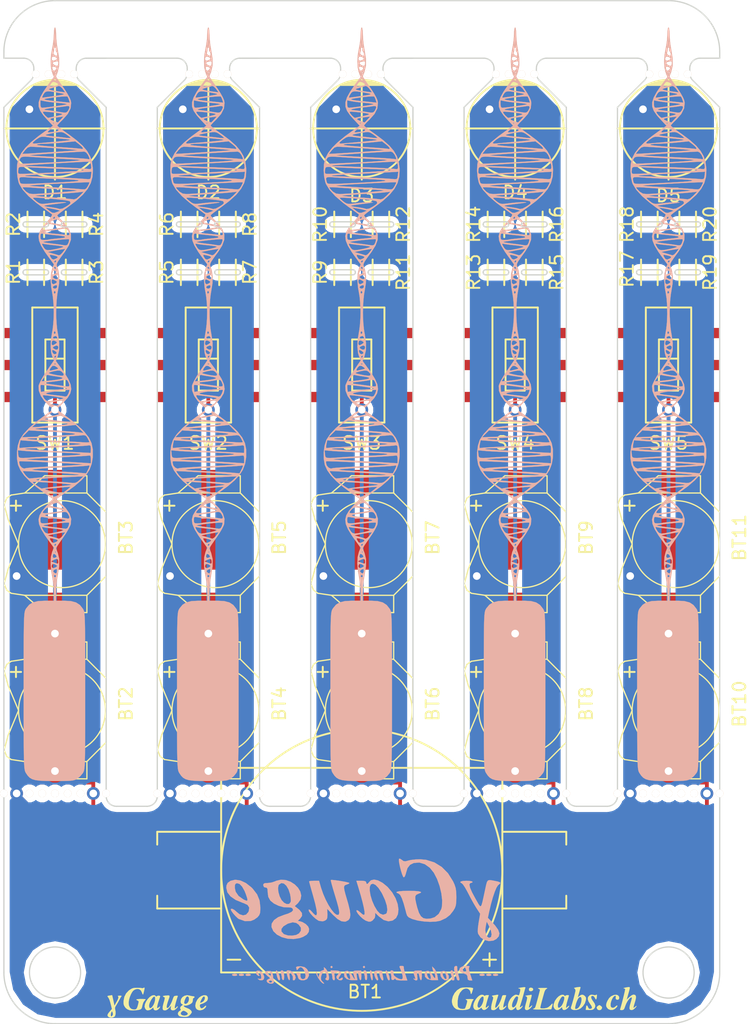
<source format=kicad_pcb>
(kicad_pcb (version 20170123) (host pcbnew no-vcs-found-e10f0c7~59~ubuntu14.04.1)
  (layers (0 F.Cu signal) (31 B.Cu signal) (34 B.Paste user) (35 F.Paste user) (36 B.SilkS user) (37 F.SilkS user) (38 B.Mask user) (39 F.Mask user) (44 Edge.Cuts user))
  (net 0 "")
  (net 1 "Net-(BT1-Pad2)")
  (net 2 "Net-(D1-Pad2)")
  (net 3 "Net-(SW1-Pad2)")
  (net 4 "Net-(R1-Pad1)")
  (net 5 "Net-(BT1-Pad1)")
  (net 6 "Net-(BT2-Pad2)")
  (net 7 "Net-(BT4-Pad2)")
  (net 8 "Net-(BT6-Pad2)")
  (net 9 "Net-(BT8-Pad2)")
  (net 10 "Net-(BT10-Pad2)")
  (net 11 "Net-(D2-Pad2)")
  (net 12 "Net-(D3-Pad2)")
  (net 13 "Net-(D4-Pad2)")
  (net 14 "Net-(D5-Pad2)")
  (net 15 "Net-(R5-Pad1)")
  (net 16 "Net-(SW2-Pad2)")
  (net 17 "Net-(SW3-Pad2)")
  (net 18 "Net-(SW4-Pad2)")
  (net 19 "Net-(SW5-Pad2)")
  (net 20 "Net-(R1-Pad2)")
  (net 21 "Net-(R3-Pad2)")
  (net 22 "Net-(R5-Pad2)")
  (net 23 "Net-(R7-Pad2)")
  (net 24 "Net-(R11-Pad1)")
  (net 25 "Net-(R10-Pad1)")
  (net 26 "Net-(R11-Pad2)")
  (net 27 "Net-(R13-Pad1)")
  (net 28 "Net-(R13-Pad2)")
  (net 29 "Net-(R15-Pad2)")
  (net 30 "Net-(R17-Pad2)")
  (net 31 "Net-(R17-Pad1)")
  (net 32 "Net-(R19-Pad2)")
  (module GaudiLabsLogos:yGauge (layer B.Cu) (at 100 99.75 180)
    (fp_text reference G*** hide)
    (fp_text value LOGO hide)
  )
  (module GaudiLabsFootPrints:CELL_HOLDER_6_8 (layer F.Cu) (at 76.55 102.5 90)
    (fp_text reference BT3 (at 0.5 5 90) (layer F.SilkS))
    (fp_text value Battery_Cell)
    (pad 2 smd rect (at 0 0 90) (size 4 4) (layers F.Cu F.Paste F.Mask) (net 1 "Net-(BT1-Pad2)"))
    (pad 1 smd rect (at -4.8 0 90) (size 2 5.08) (layers F.Cu F.Paste F.Mask) (net 6 "Net-(BT2-Pad2)"))
    (pad 1 smd rect (at 4.8 0 90) (size 2 5.08) (layers F.Cu F.Paste F.Mask) (net 6 "Net-(BT2-Pad2)"))
  )
  (module GaudiLabsFootPrints:perforation (layer F.Cu) (at 128 122)
    (fp_text reference "" hide)
    (fp_text value "" hide)
    (pad "" np_thru_hole circle (at 0 0) (size 0.6 0.6) (drill 0.6) (layers *.Cu *.SilkS))
  )
  (module GaudiLabsFootPrints:perforation (layer F.Cu) (at 126 122)
    (fp_text reference "" hide)
    (fp_text value "" hide)
    (pad "" np_thru_hole circle (at 0 0) (size 0.6 0.6) (drill 0.6) (layers *.Cu *.SilkS))
  )
  (module GaudiLabsFootPrints:perforation (layer F.Cu) (at 125 122)
    (fp_text reference "" hide)
    (fp_text value "" hide)
    (pad "" np_thru_hole circle (at 0 0) (size 0.6 0.6) (drill 0.6) (layers *.Cu *.SilkS))
  )
  (module GaudiLabsFootPrints:perforation (layer F.Cu) (at 124 122)
    (fp_text reference "" hide)
    (fp_text value "" hide)
    (pad "" np_thru_hole circle (at 0 0) (size 0.6 0.6) (drill 0.6) (layers *.Cu *.SilkS))
  )
  (module GaudiLabsFootPrints:perforation (layer F.Cu) (at 123 122)
    (fp_text reference "" hide)
    (fp_text value "" hide)
    (pad "" np_thru_hole circle (at 0 0) (size 0.6 0.6) (drill 0.6) (layers *.Cu *.SilkS))
  )
  (module GaudiLabsFootPrints:perforation (layer F.Cu) (at 122 122)
    (fp_text reference "" hide)
    (fp_text value "" hide)
    (pad "" np_thru_hole circle (at 0 0) (size 0.6 0.6) (drill 0.6) (layers *.Cu *.SilkS))
  )
  (module GaudiLabsFootPrints:perforation (layer F.Cu) (at 120 122)
    (fp_text reference "" hide)
    (fp_text value "" hide)
    (pad "" np_thru_hole circle (at 0 0) (size 0.6 0.6) (drill 0.6) (layers *.Cu *.SilkS))
  )
  (module GaudiLabsFootPrints:perforation (layer F.Cu) (at 108 122)
    (fp_text reference "" hide)
    (fp_text value "" hide)
    (pad "" np_thru_hole circle (at 0 0) (size 0.6 0.6) (drill 0.6) (layers *.Cu *.SilkS))
  )
  (module GaudiLabsFootPrints:perforation (layer F.Cu) (at 110 122)
    (fp_text reference "" hide)
    (fp_text value "" hide)
    (pad "" np_thru_hole circle (at 0 0) (size 0.6 0.6) (drill 0.6) (layers *.Cu *.SilkS))
  )
  (module GaudiLabsFootPrints:perforation (layer F.Cu) (at 111 122)
    (fp_text reference "" hide)
    (fp_text value "" hide)
    (pad "" np_thru_hole circle (at 0 0) (size 0.6 0.6) (drill 0.6) (layers *.Cu *.SilkS))
  )
  (module GaudiLabsFootPrints:perforation (layer F.Cu) (at 112 122)
    (fp_text reference "" hide)
    (fp_text value "" hide)
    (pad "" np_thru_hole circle (at 0 0) (size 0.6 0.6) (drill 0.6) (layers *.Cu *.SilkS))
  )
  (module GaudiLabsFootPrints:perforation (layer F.Cu) (at 113 122)
    (fp_text reference "" hide)
    (fp_text value "" hide)
    (pad "" np_thru_hole circle (at 0 0) (size 0.6 0.6) (drill 0.6) (layers *.Cu *.SilkS))
  )
  (module GaudiLabsFootPrints:perforation (layer F.Cu) (at 114 122)
    (fp_text reference "" hide)
    (fp_text value "" hide)
    (pad "" np_thru_hole circle (at 0 0) (size 0.6 0.6) (drill 0.6) (layers *.Cu *.SilkS))
  )
  (module GaudiLabsFootPrints:perforation (layer F.Cu) (at 116 122)
    (fp_text reference "" hide)
    (fp_text value "" hide)
    (pad "" np_thru_hole circle (at 0 0) (size 0.6 0.6) (drill 0.6) (layers *.Cu *.SilkS))
  )
  (module GaudiLabsFootPrints:perforation (layer F.Cu) (at 104 122)
    (fp_text reference "" hide)
    (fp_text value "" hide)
    (pad "" np_thru_hole circle (at 0 0) (size 0.6 0.6) (drill 0.6) (layers *.Cu *.SilkS))
  )
  (module GaudiLabsFootPrints:perforation (layer F.Cu) (at 102 122)
    (fp_text reference "" hide)
    (fp_text value "" hide)
    (pad "" np_thru_hole circle (at 0 0) (size 0.6 0.6) (drill 0.6) (layers *.Cu *.SilkS))
  )
  (module GaudiLabsFootPrints:perforation (layer F.Cu) (at 101 122)
    (fp_text reference "" hide)
    (fp_text value "" hide)
    (pad "" np_thru_hole circle (at 0 0) (size 0.6 0.6) (drill 0.6) (layers *.Cu *.SilkS))
  )
  (module GaudiLabsFootPrints:perforation (layer F.Cu) (at 100 122)
    (fp_text reference "" hide)
    (fp_text value "" hide)
    (pad "" np_thru_hole circle (at 0 0) (size 0.6 0.6) (drill 0.6) (layers *.Cu *.SilkS))
  )
  (module GaudiLabsFootPrints:perforation (layer F.Cu) (at 99 122)
    (fp_text reference "" hide)
    (fp_text value "" hide)
    (pad "" np_thru_hole circle (at 0 0) (size 0.6 0.6) (drill 0.6) (layers *.Cu *.SilkS))
  )
  (module GaudiLabsFootPrints:perforation (layer F.Cu) (at 98 122)
    (fp_text reference "" hide)
    (fp_text value "" hide)
    (pad "" np_thru_hole circle (at 0 0) (size 0.6 0.6) (drill 0.6) (layers *.Cu *.SilkS))
  )
  (module GaudiLabsFootPrints:perforation (layer F.Cu) (at 96 122)
    (fp_text reference "" hide)
    (fp_text value "" hide)
    (pad "" np_thru_hole circle (at 0 0) (size 0.6 0.6) (drill 0.6) (layers *.Cu *.SilkS))
  )
  (module GaudiLabsFootPrints:perforation (layer F.Cu) (at 122.5 65.75)
    (fp_text reference "" hide)
    (fp_text value "" hide)
    (pad "" np_thru_hole circle (at 0 0) (size 0.6 0.6) (drill 0.6) (layers *.Cu *.SilkS))
  )
  (module GaudiLabsFootPrints:perforation (layer F.Cu) (at 123.5 65.75)
    (fp_text reference "" hide)
    (fp_text value "" hide)
    (pad "" np_thru_hole circle (at 0 0) (size 0.6 0.6) (drill 0.6) (layers *.Cu *.SilkS))
  )
  (module GaudiLabsFootPrints:perforation (layer F.Cu) (at 124.5 65.75)
    (fp_text reference "" hide)
    (fp_text value "" hide)
    (pad "" np_thru_hole circle (at 0 0) (size 0.6 0.6) (drill 0.6) (layers *.Cu *.SilkS))
  )
  (module GaudiLabsFootPrints:perforation (layer F.Cu) (at 125.5 65.75)
    (fp_text reference "" hide)
    (fp_text value "" hide)
    (pad "" np_thru_hole circle (at 0 0) (size 0.6 0.6) (drill 0.6) (layers *.Cu *.SilkS))
  )
  (module GaudiLabsFootPrints:perforation (layer F.Cu) (at 113.5 65.75)
    (fp_text reference "" hide)
    (fp_text value "" hide)
    (pad "" np_thru_hole circle (at 0 0) (size 0.6 0.6) (drill 0.6) (layers *.Cu *.SilkS))
  )
  (module GaudiLabsFootPrints:perforation (layer F.Cu) (at 112.5 65.75)
    (fp_text reference "" hide)
    (fp_text value "" hide)
    (pad "" np_thru_hole circle (at 0 0) (size 0.6 0.6) (drill 0.6) (layers *.Cu *.SilkS))
  )
  (module GaudiLabsFootPrints:perforation (layer F.Cu) (at 111.5 65.75)
    (fp_text reference "" hide)
    (fp_text value "" hide)
    (pad "" np_thru_hole circle (at 0 0) (size 0.6 0.6) (drill 0.6) (layers *.Cu *.SilkS))
  )
  (module GaudiLabsFootPrints:perforation (layer F.Cu) (at 110.5 65.75)
    (fp_text reference "" hide)
    (fp_text value "" hide)
    (pad "" np_thru_hole circle (at 0 0) (size 0.6 0.6) (drill 0.6) (layers *.Cu *.SilkS))
  )
  (module GaudiLabsFootPrints:perforation (layer F.Cu) (at 98.5 65.75)
    (fp_text reference "" hide)
    (fp_text value "" hide)
    (pad "" np_thru_hole circle (at 0 0) (size 0.6 0.6) (drill 0.6) (layers *.Cu *.SilkS))
  )
  (module GaudiLabsFootPrints:perforation (layer F.Cu) (at 99.5 65.75)
    (fp_text reference "" hide)
    (fp_text value "" hide)
    (pad "" np_thru_hole circle (at 0 0) (size 0.6 0.6) (drill 0.6) (layers *.Cu *.SilkS))
  )
  (module GaudiLabsFootPrints:perforation (layer F.Cu) (at 100.5 65.75)
    (fp_text reference "" hide)
    (fp_text value "" hide)
    (pad "" np_thru_hole circle (at 0 0) (size 0.6 0.6) (drill 0.6) (layers *.Cu *.SilkS))
  )
  (module GaudiLabsFootPrints:perforation (layer F.Cu) (at 101.5 65.75)
    (fp_text reference "" hide)
    (fp_text value "" hide)
    (pad "" np_thru_hole circle (at 0 0) (size 0.6 0.6) (drill 0.6) (layers *.Cu *.SilkS))
  )
  (module GaudiLabsFootPrints:perforation (layer F.Cu) (at 89.5 65.75)
    (fp_text reference "" hide)
    (fp_text value "" hide)
    (pad "" np_thru_hole circle (at 0 0) (size 0.6 0.6) (drill 0.6) (layers *.Cu *.SilkS))
  )
  (module GaudiLabsFootPrints:perforation (layer F.Cu) (at 88.5 65.75)
    (fp_text reference "" hide)
    (fp_text value "" hide)
    (pad "" np_thru_hole circle (at 0 0) (size 0.6 0.6) (drill 0.6) (layers *.Cu *.SilkS))
  )
  (module GaudiLabsFootPrints:perforation (layer F.Cu) (at 87.5 65.75)
    (fp_text reference "" hide)
    (fp_text value "" hide)
    (pad "" np_thru_hole circle (at 0 0) (size 0.6 0.6) (drill 0.6) (layers *.Cu *.SilkS))
  )
  (module GaudiLabsFootPrints:perforation (layer F.Cu) (at 86.5 65.75)
    (fp_text reference "" hide)
    (fp_text value "" hide)
    (pad "" np_thru_hole circle (at 0 0) (size 0.6 0.6) (drill 0.6) (layers *.Cu *.SilkS))
  )
  (module GaudiLabsFootPrints:MSS22d18 (layer F.Cu) (at 76 88.5)
    (fp_text reference SW1 (at 0 6.1) (layer F.SilkS))
    (fp_text value Switch)
    (pad 3 smd rect (at 3.2 -2.5) (size 1.5 0.8) (layers F.Cu F.Paste F.Mask) (net 4 "Net-(R1-Pad1)"))
    (pad 1 smd rect (at 3.2 0) (size 1.5 0.8) (layers F.Cu F.Paste F.Mask) (net 5 "Net-(BT1-Pad1)"))
    (pad 2 smd rect (at 3.2 2.5) (size 1.5 0.8) (layers F.Cu F.Paste F.Mask) (net 3 "Net-(SW1-Pad2)"))
    (pad 3 smd rect (at -3.2 -2.5) (size 1.5 0.8) (layers F.Cu F.Paste F.Mask) (net 4 "Net-(R1-Pad1)"))
    (pad 1 smd rect (at -3.2 0) (size 1.5 0.8) (layers F.Cu F.Paste F.Mask) (net 5 "Net-(BT1-Pad1)"))
    (pad 2 smd rect (at -3.2 2.5) (size 1.5 0.8) (layers F.Cu F.Paste F.Mask) (net 3 "Net-(SW1-Pad2)"))
  )
  (module GaudiLabsFootPrints:MSS22d18 (layer F.Cu) (at 88 88.5)
    (fp_text reference SW2 (at 0 6.1) (layer F.SilkS))
    (fp_text value Switch)
    (pad 3 smd rect (at 3.2 -2.5) (size 1.5 0.8) (layers F.Cu F.Paste F.Mask) (net 15 "Net-(R5-Pad1)"))
    (pad 1 smd rect (at 3.2 0) (size 1.5 0.8) (layers F.Cu F.Paste F.Mask) (net 5 "Net-(BT1-Pad1)"))
    (pad 2 smd rect (at 3.2 2.5) (size 1.5 0.8) (layers F.Cu F.Paste F.Mask) (net 16 "Net-(SW2-Pad2)"))
    (pad 3 smd rect (at -3.2 -2.5) (size 1.5 0.8) (layers F.Cu F.Paste F.Mask) (net 15 "Net-(R5-Pad1)"))
    (pad 1 smd rect (at -3.2 0) (size 1.5 0.8) (layers F.Cu F.Paste F.Mask) (net 5 "Net-(BT1-Pad1)"))
    (pad 2 smd rect (at -3.2 2.5) (size 1.5 0.8) (layers F.Cu F.Paste F.Mask) (net 16 "Net-(SW2-Pad2)"))
  )
  (module GaudiLabsFootPrints:MSS22d18 (layer F.Cu) (at 100 88.5)
    (fp_text reference SW3 (at 0 6.1) (layer F.SilkS))
    (fp_text value Switch)
    (pad 3 smd rect (at 3.2 -2.5) (size 1.5 0.8) (layers F.Cu F.Paste F.Mask) (net 24 "Net-(R11-Pad1)"))
    (pad 1 smd rect (at 3.2 0) (size 1.5 0.8) (layers F.Cu F.Paste F.Mask) (net 5 "Net-(BT1-Pad1)"))
    (pad 2 smd rect (at 3.2 2.5) (size 1.5 0.8) (layers F.Cu F.Paste F.Mask) (net 17 "Net-(SW3-Pad2)"))
    (pad 3 smd rect (at -3.2 -2.5) (size 1.5 0.8) (layers F.Cu F.Paste F.Mask) (net 24 "Net-(R11-Pad1)"))
    (pad 1 smd rect (at -3.2 0) (size 1.5 0.8) (layers F.Cu F.Paste F.Mask) (net 5 "Net-(BT1-Pad1)"))
    (pad 2 smd rect (at -3.2 2.5) (size 1.5 0.8) (layers F.Cu F.Paste F.Mask) (net 17 "Net-(SW3-Pad2)"))
  )
  (module GaudiLabsFootPrints:MSS22d18 (layer F.Cu) (at 112 88.5)
    (fp_text reference SW4 (at 0 6.1) (layer F.SilkS))
    (fp_text value Switch)
    (pad 3 smd rect (at 3.2 -2.5) (size 1.5 0.8) (layers F.Cu F.Paste F.Mask) (net 27 "Net-(R13-Pad1)"))
    (pad 1 smd rect (at 3.2 0) (size 1.5 0.8) (layers F.Cu F.Paste F.Mask) (net 5 "Net-(BT1-Pad1)"))
    (pad 2 smd rect (at 3.2 2.5) (size 1.5 0.8) (layers F.Cu F.Paste F.Mask) (net 18 "Net-(SW4-Pad2)"))
    (pad 3 smd rect (at -3.2 -2.5) (size 1.5 0.8) (layers F.Cu F.Paste F.Mask) (net 27 "Net-(R13-Pad1)"))
    (pad 1 smd rect (at -3.2 0) (size 1.5 0.8) (layers F.Cu F.Paste F.Mask) (net 5 "Net-(BT1-Pad1)"))
    (pad 2 smd rect (at -3.2 2.5) (size 1.5 0.8) (layers F.Cu F.Paste F.Mask) (net 18 "Net-(SW4-Pad2)"))
  )
  (module GaudiLabsFootPrints:MSS22d18 (layer F.Cu) (at 124 88.5)
    (fp_text reference SW5 (at 0 6.1) (layer F.SilkS))
    (fp_text value Switch)
    (pad 3 smd rect (at 3.2 -2.5) (size 1.5 0.8) (layers F.Cu F.Paste F.Mask) (net 31 "Net-(R17-Pad1)"))
    (pad 1 smd rect (at 3.2 0) (size 1.5 0.8) (layers F.Cu F.Paste F.Mask) (net 5 "Net-(BT1-Pad1)"))
    (pad 2 smd rect (at 3.2 2.5) (size 1.5 0.8) (layers F.Cu F.Paste F.Mask) (net 19 "Net-(SW5-Pad2)"))
    (pad 3 smd rect (at -3.2 -2.5) (size 1.5 0.8) (layers F.Cu F.Paste F.Mask) (net 31 "Net-(R17-Pad1)"))
    (pad 1 smd rect (at -3.2 0) (size 1.5 0.8) (layers F.Cu F.Paste F.Mask) (net 5 "Net-(BT1-Pad1)"))
    (pad 2 smd rect (at -3.2 2.5) (size 1.5 0.8) (layers F.Cu F.Paste F.Mask) (net 19 "Net-(SW5-Pad2)"))
  )
  (module GaudiLabsFootPrints:perforation (layer F.Cu) (at 77 122)
    (fp_text reference "" hide)
    (fp_text value "" hide)
    (pad "" np_thru_hole circle (at 0 0) (size 0.6 0.6) (drill 0.6) (layers *.Cu *.SilkS))
  )
  (module GaudiLabsFootPrints:perforation (layer F.Cu) (at 76 122)
    (fp_text reference "" hide)
    (fp_text value "" hide)
    (pad "" np_thru_hole circle (at 0 0) (size 0.6 0.6) (drill 0.6) (layers *.Cu *.SilkS))
  )
  (module GaudiLabsFootPrints:LP_T67K (layer F.Cu) (at 76 70)
    (fp_text reference D1 (at 0 5) (layer F.SilkS))
    (fp_text value LED)
    (pad 1 smd rect (at 0 -1.5) (size 2.6 1.5) (layers F.Cu F.Paste F.Mask) (net 1 "Net-(BT1-Pad2)"))
    (pad 2 smd rect (at 0 1.5) (size 2.6 1.5) (layers F.Cu F.Paste F.Mask) (net 2 "Net-(D1-Pad2)"))
  )
  (module GaudiLabsFootPrints:CR2032_Holder (layer F.Cu) (at 100 128)
    (fp_text reference BT1 (at 0.25 9.5) (layer F.SilkS))
    (fp_text value Battery_Cell)
    (pad 1 smd rect (at 16 0) (size 4 4) (layers F.Cu F.Paste F.Mask) (net 5 "Net-(BT1-Pad1)"))
    (pad 2 smd rect (at -16 0) (size 4 4) (layers F.Cu F.Paste F.Mask) (net 1 "Net-(BT1-Pad2)"))
  )
  (module GaudiLabsFootPrints:CELL_HOLDER_6_8 (layer F.Cu) (at 76.55 115.5 90)
    (fp_text reference BT2 (at 0.5 5 90) (layer F.SilkS))
    (fp_text value Battery_Cell)
    (pad 1 smd rect (at 4.8 0 90) (size 2 5.08) (layers F.Cu F.Paste F.Mask) (net 5 "Net-(BT1-Pad1)"))
    (pad 1 smd rect (at -4.8 0 90) (size 2 5.08) (layers F.Cu F.Paste F.Mask) (net 5 "Net-(BT1-Pad1)"))
    (pad 2 smd rect (at 0 0 90) (size 4 4) (layers F.Cu F.Paste F.Mask) (net 6 "Net-(BT2-Pad2)"))
  )
  (module GaudiLabsFootPrints:CELL_HOLDER_6_8 (layer F.Cu) (at 88.55 115.5 90)
    (fp_text reference BT4 (at 0.5 5 90) (layer F.SilkS))
    (fp_text value Battery_Cell)
    (pad 1 smd rect (at 4.8 0 90) (size 2 5.08) (layers F.Cu F.Paste F.Mask) (net 5 "Net-(BT1-Pad1)"))
    (pad 1 smd rect (at -4.8 0 90) (size 2 5.08) (layers F.Cu F.Paste F.Mask) (net 5 "Net-(BT1-Pad1)"))
    (pad 2 smd rect (at 0 0 90) (size 4 4) (layers F.Cu F.Paste F.Mask) (net 7 "Net-(BT4-Pad2)"))
  )
  (module GaudiLabsFootPrints:CELL_HOLDER_6_8 (layer F.Cu) (at 88.55 102.5 90)
    (fp_text reference BT5 (at 0.5 5 90) (layer F.SilkS))
    (fp_text value Battery_Cell)
    (pad 1 smd rect (at 4.8 0 90) (size 2 5.08) (layers F.Cu F.Paste F.Mask) (net 7 "Net-(BT4-Pad2)"))
    (pad 1 smd rect (at -4.8 0 90) (size 2 5.08) (layers F.Cu F.Paste F.Mask) (net 7 "Net-(BT4-Pad2)"))
    (pad 2 smd rect (at 0 0 90) (size 4 4) (layers F.Cu F.Paste F.Mask) (net 1 "Net-(BT1-Pad2)"))
  )
  (module GaudiLabsFootPrints:CELL_HOLDER_6_8 (layer F.Cu) (at 100.55 115.5 90)
    (fp_text reference BT6 (at 0.5 5 90) (layer F.SilkS))
    (fp_text value Battery_Cell)
    (pad 1 smd rect (at 4.8 0 90) (size 2 5.08) (layers F.Cu F.Paste F.Mask) (net 5 "Net-(BT1-Pad1)"))
    (pad 1 smd rect (at -4.8 0 90) (size 2 5.08) (layers F.Cu F.Paste F.Mask) (net 5 "Net-(BT1-Pad1)"))
    (pad 2 smd rect (at 0 0 90) (size 4 4) (layers F.Cu F.Paste F.Mask) (net 8 "Net-(BT6-Pad2)"))
  )
  (module GaudiLabsFootPrints:CELL_HOLDER_6_8 (layer F.Cu) (at 100.55 102.5 90)
    (fp_text reference BT7 (at 0.5 5 90) (layer F.SilkS))
    (fp_text value Battery_Cell)
    (pad 1 smd rect (at 4.8 0 90) (size 2 5.08) (layers F.Cu F.Paste F.Mask) (net 8 "Net-(BT6-Pad2)"))
    (pad 1 smd rect (at -4.8 0 90) (size 2 5.08) (layers F.Cu F.Paste F.Mask) (net 8 "Net-(BT6-Pad2)"))
    (pad 2 smd rect (at 0 0 90) (size 4 4) (layers F.Cu F.Paste F.Mask) (net 1 "Net-(BT1-Pad2)"))
  )
  (module GaudiLabsFootPrints:CELL_HOLDER_6_8 (layer F.Cu) (at 112.55 115.5 90)
    (fp_text reference BT8 (at 0.5 5 90) (layer F.SilkS))
    (fp_text value Battery_Cell)
    (pad 1 smd rect (at 4.8 0 90) (size 2 5.08) (layers F.Cu F.Paste F.Mask) (net 5 "Net-(BT1-Pad1)"))
    (pad 1 smd rect (at -4.8 0 90) (size 2 5.08) (layers F.Cu F.Paste F.Mask) (net 5 "Net-(BT1-Pad1)"))
    (pad 2 smd rect (at 0 0 90) (size 4 4) (layers F.Cu F.Paste F.Mask) (net 9 "Net-(BT8-Pad2)"))
  )
  (module GaudiLabsFootPrints:CELL_HOLDER_6_8 (layer F.Cu) (at 112.55 102.5 90)
    (fp_text reference BT9 (at 0.5 5 90) (layer F.SilkS))
    (fp_text value Battery_Cell)
    (pad 2 smd rect (at 0 0 90) (size 4 4) (layers F.Cu F.Paste F.Mask) (net 1 "Net-(BT1-Pad2)"))
    (pad 1 smd rect (at -4.8 0 90) (size 2 5.08) (layers F.Cu F.Paste F.Mask) (net 9 "Net-(BT8-Pad2)"))
    (pad 1 smd rect (at 4.8 0 90) (size 2 5.08) (layers F.Cu F.Paste F.Mask) (net 9 "Net-(BT8-Pad2)"))
  )
  (module GaudiLabsFootPrints:CELL_HOLDER_6_8 (layer F.Cu) (at 124.55 115.5 90)
    (fp_text reference BT10 (at 0.5 5 90) (layer F.SilkS))
    (fp_text value Battery_Cell)
    (pad 1 smd rect (at 4.8 0 90) (size 2 5.08) (layers F.Cu F.Paste F.Mask) (net 5 "Net-(BT1-Pad1)"))
    (pad 1 smd rect (at -4.8 0 90) (size 2 5.08) (layers F.Cu F.Paste F.Mask) (net 5 "Net-(BT1-Pad1)"))
    (pad 2 smd rect (at 0 0 90) (size 4 4) (layers F.Cu F.Paste F.Mask) (net 10 "Net-(BT10-Pad2)"))
  )
  (module GaudiLabsFootPrints:CELL_HOLDER_6_8 (layer F.Cu) (at 124.55 102.5 90)
    (fp_text reference BT11 (at 0.5 5 90) (layer F.SilkS))
    (fp_text value Battery_Cell)
    (pad 2 smd rect (at 0 0 90) (size 4 4) (layers F.Cu F.Paste F.Mask) (net 1 "Net-(BT1-Pad2)"))
    (pad 1 smd rect (at -4.8 0 90) (size 2 5.08) (layers F.Cu F.Paste F.Mask) (net 10 "Net-(BT10-Pad2)"))
    (pad 1 smd rect (at 4.8 0 90) (size 2 5.08) (layers F.Cu F.Paste F.Mask) (net 10 "Net-(BT10-Pad2)"))
  )
  (module GaudiLabsFootPrints:LP_T67K (layer F.Cu) (at 88 70)
    (fp_text reference D2 (at 0 5) (layer F.SilkS))
    (fp_text value LED)
    (pad 1 smd rect (at 0 -1.5) (size 2.6 1.5) (layers F.Cu F.Paste F.Mask) (net 1 "Net-(BT1-Pad2)"))
    (pad 2 smd rect (at 0 1.5) (size 2.6 1.5) (layers F.Cu F.Paste F.Mask) (net 11 "Net-(D2-Pad2)"))
  )
  (module GaudiLabsFootPrints:LP_T67K (layer F.Cu) (at 100 70)
    (fp_text reference D3 (at 0 5.25) (layer F.SilkS))
    (fp_text value LED)
    (pad 2 smd rect (at 0 1.5) (size 2.6 1.5) (layers F.Cu F.Paste F.Mask) (net 12 "Net-(D3-Pad2)"))
    (pad 1 smd rect (at 0 -1.5) (size 2.6 1.5) (layers F.Cu F.Paste F.Mask) (net 1 "Net-(BT1-Pad2)"))
  )
  (module GaudiLabsFootPrints:LP_T67K (layer F.Cu) (at 112 70)
    (fp_text reference D4 (at 0 5) (layer F.SilkS))
    (fp_text value LED)
    (pad 2 smd rect (at 0 1.5) (size 2.6 1.5) (layers F.Cu F.Paste F.Mask) (net 13 "Net-(D4-Pad2)"))
    (pad 1 smd rect (at 0 -1.5) (size 2.6 1.5) (layers F.Cu F.Paste F.Mask) (net 1 "Net-(BT1-Pad2)"))
  )
  (module GaudiLabsFootPrints:LP_T67K (layer F.Cu) (at 124 70)
    (fp_text reference D5 (at 0 5.25) (layer F.SilkS))
    (fp_text value LED)
    (pad 1 smd rect (at 0 -1.5) (size 2.6 1.5) (layers F.Cu F.Paste F.Mask) (net 1 "Net-(BT1-Pad2)"))
    (pad 2 smd rect (at 0 1.5) (size 2.6 1.5) (layers F.Cu F.Paste F.Mask) (net 14 "Net-(D5-Pad2)"))
  )
  (module GaudiLabsFootPrints:SMD_LowZ (layer F.Cu) (at 74.5 77.5 180)
    (fp_text reference R2 (at 1.75 0 90) (layer F.SilkS))
    (fp_text value R)
    (pad 1 smd rect (at 0 -1.2 180) (size 1.3 1) (layers F.Cu F.Paste F.Mask) (net 20 "Net-(R1-Pad2)"))
    (pad 2 smd rect (at 0 1.2 180) (size 1.3 1) (layers F.Cu F.Paste F.Mask) (net 2 "Net-(D1-Pad2)"))
  )
  (module GaudiLabsFootPrints:SMD_LowZ (layer F.Cu) (at 77.5 81.25 180)
    (fp_text reference R3 (at -1.75 0 270) (layer F.SilkS))
    (fp_text value R)
    (pad 2 smd rect (at 0 1.2 180) (size 1.3 1) (layers F.Cu F.Paste F.Mask) (net 21 "Net-(R3-Pad2)"))
    (pad 1 smd rect (at 0 -1.2 180) (size 1.3 1) (layers F.Cu F.Paste F.Mask) (net 4 "Net-(R1-Pad1)"))
  )
  (module GaudiLabsFootPrints:SMD_LowZ (layer F.Cu) (at 77.5 77.5 180)
    (fp_text reference R4 (at -1.75 0 90) (layer F.SilkS))
    (fp_text value R)
    (pad 2 smd rect (at 0 1.2 180) (size 1.3 1) (layers F.Cu F.Paste F.Mask) (net 2 "Net-(D1-Pad2)"))
    (pad 1 smd rect (at 0 -1.2 180) (size 1.3 1) (layers F.Cu F.Paste F.Mask) (net 21 "Net-(R3-Pad2)"))
  )
  (module GaudiLabsFootPrints:SMD_LowZ (layer F.Cu) (at 86.5 81.25 180)
    (fp_text reference R5 (at 1.75 0 270) (layer F.SilkS))
    (fp_text value R)
    (pad 2 smd rect (at 0 1.2 180) (size 1.3 1) (layers F.Cu F.Paste F.Mask) (net 22 "Net-(R5-Pad2)"))
    (pad 1 smd rect (at 0 -1.2 180) (size 1.3 1) (layers F.Cu F.Paste F.Mask) (net 15 "Net-(R5-Pad1)"))
  )
  (module GaudiLabsFootPrints:SMD_LowZ (layer F.Cu) (at 74.5 81.25 180)
    (fp_text reference R1 (at 1.75 0 270) (layer F.SilkS))
    (fp_text value R)
    (pad 2 smd rect (at 0 1.2 180) (size 1.3 1) (layers F.Cu F.Paste F.Mask) (net 20 "Net-(R1-Pad2)"))
    (pad 1 smd rect (at 0 -1.2 180) (size 1.3 1) (layers F.Cu F.Paste F.Mask) (net 4 "Net-(R1-Pad1)"))
  )
  (module GaudiLabsFootPrints:perforation (layer F.Cu) (at 72 122)
    (fp_text reference "" hide)
    (fp_text value "" hide)
    (pad "" np_thru_hole circle (at 0 0) (size 0.6 0.6) (drill 0.6) (layers *.Cu *.SilkS))
  )
  (module GaudiLabsFootPrints:perforation (layer F.Cu) (at 74 122)
    (fp_text reference "" hide)
    (fp_text value "" hide)
    (pad "" np_thru_hole circle (at 0 0) (size 0.6 0.6) (drill 0.6) (layers *.Cu *.SilkS))
  )
  (module GaudiLabsFootPrints:perforation (layer F.Cu) (at 75 122)
    (fp_text reference "" hide)
    (fp_text value "" hide)
    (pad "" np_thru_hole circle (at 0 0) (size 0.6 0.6) (drill 0.6) (layers *.Cu *.SilkS))
  )
  (module GaudiLabsFootPrints:perforation (layer F.Cu) (at 78 122)
    (fp_text reference "" hide)
    (fp_text value "" hide)
    (pad "" np_thru_hole circle (at 0 0) (size 0.6 0.6) (drill 0.6) (layers *.Cu *.SilkS))
  )
  (module GaudiLabsFootPrints:perforation (layer F.Cu) (at 80 122)
    (fp_text reference "" hide)
    (fp_text value "" hide)
    (pad "" np_thru_hole circle (at 0 0) (size 0.6 0.6) (drill 0.6) (layers *.Cu *.SilkS))
  )
  (module GaudiLabsFootPrints:perforation (layer F.Cu) (at 84 122)
    (fp_text reference "" hide)
    (fp_text value "" hide)
    (pad "" np_thru_hole circle (at 0 0) (size 0.6 0.6) (drill 0.6) (layers *.Cu *.SilkS))
  )
  (module GaudiLabsFootPrints:perforation (layer F.Cu) (at 86 122)
    (fp_text reference "" hide)
    (fp_text value "" hide)
    (pad "" np_thru_hole circle (at 0 0) (size 0.6 0.6) (drill 0.6) (layers *.Cu *.SilkS))
  )
  (module GaudiLabsFootPrints:perforation (layer F.Cu) (at 87 122)
    (fp_text reference "" hide)
    (fp_text value "" hide)
    (pad "" np_thru_hole circle (at 0 0) (size 0.6 0.6) (drill 0.6) (layers *.Cu *.SilkS))
  )
  (module GaudiLabsFootPrints:perforation (layer F.Cu) (at 88 122)
    (fp_text reference "" hide)
    (fp_text value "" hide)
    (pad "" np_thru_hole circle (at 0 0) (size 0.6 0.6) (drill 0.6) (layers *.Cu *.SilkS))
  )
  (module GaudiLabsFootPrints:perforation (layer F.Cu) (at 89 122)
    (fp_text reference "" hide)
    (fp_text value "" hide)
    (pad "" np_thru_hole circle (at 0 0) (size 0.6 0.6) (drill 0.6) (layers *.Cu *.SilkS))
  )
  (module GaudiLabsFootPrints:perforation (layer F.Cu) (at 90 122)
    (fp_text reference "" hide)
    (fp_text value "" hide)
    (pad "" np_thru_hole circle (at 0 0) (size 0.6 0.6) (drill 0.6) (layers *.Cu *.SilkS))
  )
  (module GaudiLabsFootPrints:perforation (layer F.Cu) (at 92 122)
    (fp_text reference "" hide)
    (fp_text value "" hide)
    (pad "" np_thru_hole circle (at 0 0) (size 0.6 0.6) (drill 0.6) (layers *.Cu *.SilkS))
  )
  (module GaudiLabsFootPrints:perforation (layer F.Cu) (at 74.5 65.75)
    (fp_text reference "" hide)
    (fp_text value "" hide)
    (pad "" np_thru_hole circle (at 0 0) (size 0.6 0.6) (drill 0.6) (layers *.Cu *.SilkS))
  )
  (module GaudiLabsFootPrints:perforation (layer F.Cu) (at 75.5 65.75)
    (fp_text reference "" hide)
    (fp_text value "" hide)
    (pad "" np_thru_hole circle (at 0 0) (size 0.6 0.6) (drill 0.6) (layers *.Cu *.SilkS))
  )
  (module GaudiLabsFootPrints:perforation (layer F.Cu) (at 76.5 65.75)
    (fp_text reference "" hide)
    (fp_text value "" hide)
    (pad "" np_thru_hole circle (at 0 0) (size 0.6 0.6) (drill 0.6) (layers *.Cu *.SilkS))
  )
  (module GaudiLabsFootPrints:perforation (layer F.Cu) (at 77.5 65.75)
    (fp_text reference "" hide)
    (fp_text value "" hide)
    (pad "" np_thru_hole circle (at 0 0) (size 0.6 0.6) (drill 0.6) (layers *.Cu *.SilkS))
  )
  (module GaudiLabsLogos:yGauge_Gaudi (layer F.Cu) (at 114.25 138.25)
    (fp_text reference G*** hide)
    (fp_text value LOGO hide)
  )
  (module GaudiLabsLogos:yGauge_logo (layer F.Cu) (at 83.75 138.25)
    (fp_text reference G*** hide)
    (fp_text value LOGO hide)
  )
  (module GaudiLabsLogos:OpenHardware_gold (layer F.Cu) (at 123 129.25)
    (fp_text reference G*** hide)
    (fp_text value LOGO hide)
  )
  (module GaudiLabsFootPrints:SMD_LowZ (layer F.Cu) (at 86.5 77.5 180)
    (fp_text reference R6 (at 1.75 0 270) (layer F.SilkS))
    (fp_text value R)
    (pad 2 smd rect (at 0 1.2 180) (size 1.3 1) (layers F.Cu F.Paste F.Mask) (net 11 "Net-(D2-Pad2)"))
    (pad 1 smd rect (at 0 -1.2 180) (size 1.3 1) (layers F.Cu F.Paste F.Mask) (net 22 "Net-(R5-Pad2)"))
  )
  (module GaudiLabsFootPrints:SMD_LowZ (layer F.Cu) (at 89.5 81.25 180)
    (fp_text reference R7 (at -1.75 0 270) (layer F.SilkS))
    (fp_text value R)
    (pad 1 smd rect (at 0 -1.2 180) (size 1.3 1) (layers F.Cu F.Paste F.Mask) (net 15 "Net-(R5-Pad1)"))
    (pad 2 smd rect (at 0 1.2 180) (size 1.3 1) (layers F.Cu F.Paste F.Mask) (net 23 "Net-(R7-Pad2)"))
  )
  (module GaudiLabsFootPrints:SMD_LowZ (layer F.Cu) (at 89.5 77.5 180)
    (fp_text reference R8 (at -1.75 0 270) (layer F.SilkS))
    (fp_text value R)
    (pad 2 smd rect (at 0 1.2 180) (size 1.3 1) (layers F.Cu F.Paste F.Mask) (net 11 "Net-(D2-Pad2)"))
    (pad 1 smd rect (at 0 -1.2 180) (size 1.3 1) (layers F.Cu F.Paste F.Mask) (net 23 "Net-(R7-Pad2)"))
  )
  (module GaudiLabsFootPrints:SMD_LowZ (layer F.Cu) (at 98.5 81.25 180)
    (fp_text reference R9 (at 1.75 0 270) (layer F.SilkS))
    (fp_text value R)
    (pad 1 smd rect (at 0 -1.2 180) (size 1.3 1) (layers F.Cu F.Paste F.Mask) (net 24 "Net-(R11-Pad1)"))
    (pad 2 smd rect (at 0 1.2 180) (size 1.3 1) (layers F.Cu F.Paste F.Mask) (net 25 "Net-(R10-Pad1)"))
  )
  (module GaudiLabsFootPrints:SMD_LowZ (layer F.Cu) (at 98.5 77.5 180)
    (fp_text reference R10 (at 1.75 0 270) (layer F.SilkS))
    (fp_text value R)
    (pad 2 smd rect (at 0 1.2 180) (size 1.3 1) (layers F.Cu F.Paste F.Mask) (net 12 "Net-(D3-Pad2)"))
    (pad 1 smd rect (at 0 -1.2 180) (size 1.3 1) (layers F.Cu F.Paste F.Mask) (net 25 "Net-(R10-Pad1)"))
  )
  (module GaudiLabsFootPrints:SMD_LowZ (layer F.Cu) (at 101.5 81.25 180)
    (fp_text reference R11 (at -1.75 0 270) (layer F.SilkS))
    (fp_text value R)
    (pad 2 smd rect (at 0 1.2 180) (size 1.3 1) (layers F.Cu F.Paste F.Mask) (net 26 "Net-(R11-Pad2)"))
    (pad 1 smd rect (at 0 -1.2 180) (size 1.3 1) (layers F.Cu F.Paste F.Mask) (net 24 "Net-(R11-Pad1)"))
  )
  (module GaudiLabsFootPrints:SMD_LowZ (layer F.Cu) (at 101.5 77.5 180)
    (fp_text reference R12 (at -1.75 0 270) (layer F.SilkS))
    (fp_text value R)
    (pad 1 smd rect (at 0 -1.2 180) (size 1.3 1) (layers F.Cu F.Paste F.Mask) (net 26 "Net-(R11-Pad2)"))
    (pad 2 smd rect (at 0 1.2 180) (size 1.3 1) (layers F.Cu F.Paste F.Mask) (net 12 "Net-(D3-Pad2)"))
  )
  (module GaudiLabsFootPrints:SMD_LowZ (layer F.Cu) (at 110.5 81.25 180)
    (fp_text reference R13 (at 1.75 0 270) (layer F.SilkS))
    (fp_text value R)
    (pad 1 smd rect (at 0 -1.2 180) (size 1.3 1) (layers F.Cu F.Paste F.Mask) (net 27 "Net-(R13-Pad1)"))
    (pad 2 smd rect (at 0 1.2 180) (size 1.3 1) (layers F.Cu F.Paste F.Mask) (net 28 "Net-(R13-Pad2)"))
  )
  (module GaudiLabsFootPrints:SMD_LowZ (layer F.Cu) (at 110.5 77.5 180)
    (fp_text reference R14 (at 1.75 0 270) (layer F.SilkS))
    (fp_text value R)
    (pad 2 smd rect (at 0 1.2 180) (size 1.3 1) (layers F.Cu F.Paste F.Mask) (net 13 "Net-(D4-Pad2)"))
    (pad 1 smd rect (at 0 -1.2 180) (size 1.3 1) (layers F.Cu F.Paste F.Mask) (net 28 "Net-(R13-Pad2)"))
  )
  (module GaudiLabsFootPrints:SMD_LowZ (layer F.Cu) (at 113.5 81.25 180)
    (fp_text reference R15 (at -1.75 0 270) (layer F.SilkS))
    (fp_text value R)
    (pad 2 smd rect (at 0 1.2 180) (size 1.3 1) (layers F.Cu F.Paste F.Mask) (net 29 "Net-(R15-Pad2)"))
    (pad 1 smd rect (at 0 -1.2 180) (size 1.3 1) (layers F.Cu F.Paste F.Mask) (net 27 "Net-(R13-Pad1)"))
  )
  (module GaudiLabsFootPrints:SMD_LowZ (layer F.Cu) (at 113.5 77.5 180)
    (fp_text reference R16 (at -1.75 0 270) (layer F.SilkS))
    (fp_text value R)
    (pad 1 smd rect (at 0 -1.2 180) (size 1.3 1) (layers F.Cu F.Paste F.Mask) (net 29 "Net-(R15-Pad2)"))
    (pad 2 smd rect (at 0 1.2 180) (size 1.3 1) (layers F.Cu F.Paste F.Mask) (net 13 "Net-(D4-Pad2)"))
  )
  (module GaudiLabsFootPrints:SMD_LowZ (layer F.Cu) (at 122.5 81.25 180)
    (fp_text reference R17 (at 1.75 0.25 270) (layer F.SilkS))
    (fp_text value R)
    (pad 2 smd rect (at 0 1.2 180) (size 1.3 1) (layers F.Cu F.Paste F.Mask) (net 30 "Net-(R17-Pad2)"))
    (pad 1 smd rect (at 0 -1.2 180) (size 1.3 1) (layers F.Cu F.Paste F.Mask) (net 31 "Net-(R17-Pad1)"))
  )
  (module GaudiLabsFootPrints:SMD_LowZ (layer F.Cu) (at 122.5 77.5 180)
    (fp_text reference R18 (at 1.75 0 270) (layer F.SilkS))
    (fp_text value R)
    (pad 1 smd rect (at 0 -1.2 180) (size 1.3 1) (layers F.Cu F.Paste F.Mask) (net 30 "Net-(R17-Pad2)"))
    (pad 2 smd rect (at 0 1.2 180) (size 1.3 1) (layers F.Cu F.Paste F.Mask) (net 14 "Net-(D5-Pad2)"))
  )
  (module GaudiLabsFootPrints:SMD_LowZ (layer F.Cu) (at 125.5 81.25 180)
    (fp_text reference R19 (at -1.75 0 270) (layer F.SilkS))
    (fp_text value R)
    (pad 2 smd rect (at 0 1.2 180) (size 1.3 1) (layers F.Cu F.Paste F.Mask) (net 32 "Net-(R19-Pad2)"))
    (pad 1 smd rect (at 0 -1.2 180) (size 1.3 1) (layers F.Cu F.Paste F.Mask) (net 31 "Net-(R17-Pad1)"))
  )
  (module GaudiLabsFootPrints:SMD_LowZ (layer F.Cu) (at 125.5 77.5 180)
    (fp_text reference R20 (at -1.75 0 270) (layer F.SilkS))
    (fp_text value R)
    (pad 2 smd rect (at 0 1.2 180) (size 1.3 1) (layers F.Cu F.Paste F.Mask) (net 14 "Net-(D5-Pad2)"))
    (pad 1 smd rect (at 0 -1.2 180) (size 1.3 1) (layers F.Cu F.Paste F.Mask) (net 32 "Net-(R19-Pad2)"))
  )
  (gr_line (start 121.7 81.05) (end 123.3 81.05) (angle 90) (layer Edge.Cuts) (width 0.1))
  (gr_line (start 121.7 81.45) (end 123.3 81.45) (angle 90) (layer Edge.Cuts) (width 0.1))
  (gr_arc (start 123.3 81.25) (end 123.5 81.25) (angle 90) (layer Edge.Cuts) (width 0.1))
  (gr_arc (start 123.3 81.25) (end 123.3 81.05) (angle 90) (layer Edge.Cuts) (width 0.1))
  (gr_arc (start 121.7 81.25) (end 121.7 81.45) (angle 90) (layer Edge.Cuts) (width 0.1))
  (gr_arc (start 121.7 81.25) (end 121.5 81.25) (angle 90) (layer Edge.Cuts) (width 0.1))
  (gr_arc (start 124.7 81.25) (end 124.5 81.25) (angle 90) (layer Edge.Cuts) (width 0.1))
  (gr_arc (start 124.7 81.25) (end 124.7 81.45) (angle 90) (layer Edge.Cuts) (width 0.1))
  (gr_arc (start 126.3 81.25) (end 126.3 81.05) (angle 90) (layer Edge.Cuts) (width 0.1))
  (gr_arc (start 126.3 81.25) (end 126.5 81.25) (angle 90) (layer Edge.Cuts) (width 0.1))
  (gr_line (start 124.7 81.45) (end 126.3 81.45) (angle 90) (layer Edge.Cuts) (width 0.1))
  (gr_line (start 124.7 81.05) (end 126.3 81.05) (angle 90) (layer Edge.Cuts) (width 0.1))
  (gr_line (start 124.7 77.3) (end 126.3 77.3) (angle 90) (layer Edge.Cuts) (width 0.1))
  (gr_line (start 124.7 77.7) (end 126.3 77.7) (angle 90) (layer Edge.Cuts) (width 0.1))
  (gr_arc (start 126.3 77.5) (end 126.5 77.5) (angle 90) (layer Edge.Cuts) (width 0.1))
  (gr_arc (start 126.3 77.5) (end 126.3 77.3) (angle 90) (layer Edge.Cuts) (width 0.1))
  (gr_arc (start 124.7 77.5) (end 124.7 77.7) (angle 90) (layer Edge.Cuts) (width 0.1))
  (gr_arc (start 124.7 77.5) (end 124.5 77.5) (angle 90) (layer Edge.Cuts) (width 0.1))
  (gr_arc (start 121.7 77.5) (end 121.5 77.5) (angle 90) (layer Edge.Cuts) (width 0.1))
  (gr_arc (start 121.7 77.5) (end 121.7 77.7) (angle 90) (layer Edge.Cuts) (width 0.1))
  (gr_arc (start 123.3 77.5) (end 123.3 77.3) (angle 90) (layer Edge.Cuts) (width 0.1))
  (gr_arc (start 123.3 77.5) (end 123.5 77.5) (angle 90) (layer Edge.Cuts) (width 0.1))
  (gr_line (start 121.7 77.7) (end 123.3 77.7) (angle 90) (layer Edge.Cuts) (width 0.1))
  (gr_line (start 121.7 77.3) (end 123.3 77.3) (angle 90) (layer Edge.Cuts) (width 0.1))
  (gr_line (start 109.7 77.3) (end 111.3 77.3) (angle 90) (layer Edge.Cuts) (width 0.1))
  (gr_line (start 109.7 77.7) (end 111.3 77.7) (angle 90) (layer Edge.Cuts) (width 0.1))
  (gr_arc (start 111.3 77.5) (end 111.5 77.5) (angle 90) (layer Edge.Cuts) (width 0.1))
  (gr_arc (start 111.3 77.5) (end 111.3 77.3) (angle 90) (layer Edge.Cuts) (width 0.1))
  (gr_arc (start 109.7 77.5) (end 109.7 77.7) (angle 90) (layer Edge.Cuts) (width 0.1))
  (gr_arc (start 109.7 77.5) (end 109.5 77.5) (angle 90) (layer Edge.Cuts) (width 0.1))
  (gr_arc (start 112.7 77.5) (end 112.5 77.5) (angle 90) (layer Edge.Cuts) (width 0.1))
  (gr_arc (start 112.7 77.5) (end 112.7 77.7) (angle 90) (layer Edge.Cuts) (width 0.1))
  (gr_arc (start 114.3 77.5) (end 114.3 77.3) (angle 90) (layer Edge.Cuts) (width 0.1))
  (gr_arc (start 114.3 77.5) (end 114.5 77.5) (angle 90) (layer Edge.Cuts) (width 0.1))
  (gr_line (start 112.7 77.7) (end 114.3 77.7) (angle 90) (layer Edge.Cuts) (width 0.1))
  (gr_line (start 112.7 77.3) (end 114.3 77.3) (angle 90) (layer Edge.Cuts) (width 0.1))
  (gr_line (start 112.7 81.05) (end 114.3 81.05) (angle 90) (layer Edge.Cuts) (width 0.1))
  (gr_line (start 112.7 81.45) (end 114.3 81.45) (angle 90) (layer Edge.Cuts) (width 0.1))
  (gr_arc (start 114.3 81.25) (end 114.5 81.25) (angle 90) (layer Edge.Cuts) (width 0.1))
  (gr_arc (start 114.3 81.25) (end 114.3 81.05) (angle 90) (layer Edge.Cuts) (width 0.1))
  (gr_arc (start 112.7 81.25) (end 112.7 81.45) (angle 90) (layer Edge.Cuts) (width 0.1))
  (gr_arc (start 112.7 81.25) (end 112.5 81.25) (angle 90) (layer Edge.Cuts) (width 0.1))
  (gr_arc (start 109.7 81.25) (end 109.5 81.25) (angle 90) (layer Edge.Cuts) (width 0.1))
  (gr_arc (start 109.7 81.25) (end 109.7 81.45) (angle 90) (layer Edge.Cuts) (width 0.1))
  (gr_arc (start 111.3 81.25) (end 111.3 81.05) (angle 90) (layer Edge.Cuts) (width 0.1))
  (gr_arc (start 111.3 81.25) (end 111.5 81.25) (angle 90) (layer Edge.Cuts) (width 0.1))
  (gr_line (start 109.7 81.45) (end 111.3 81.45) (angle 90) (layer Edge.Cuts) (width 0.1))
  (gr_line (start 109.7 81.05) (end 111.3 81.05) (angle 90) (layer Edge.Cuts) (width 0.1))
  (gr_line (start 97.7 81.05) (end 99.3 81.05) (angle 90) (layer Edge.Cuts) (width 0.1))
  (gr_line (start 97.7 81.45) (end 99.3 81.45) (angle 90) (layer Edge.Cuts) (width 0.1))
  (gr_arc (start 99.3 81.25) (end 99.5 81.25) (angle 90) (layer Edge.Cuts) (width 0.1))
  (gr_arc (start 99.3 81.25) (end 99.3 81.05) (angle 90) (layer Edge.Cuts) (width 0.1))
  (gr_arc (start 97.7 81.25) (end 97.7 81.45) (angle 90) (layer Edge.Cuts) (width 0.1))
  (gr_arc (start 97.7 81.25) (end 97.5 81.25) (angle 90) (layer Edge.Cuts) (width 0.1))
  (gr_arc (start 100.7 81.25) (end 100.5 81.25) (angle 90) (layer Edge.Cuts) (width 0.1))
  (gr_arc (start 100.7 81.25) (end 100.7 81.45) (angle 90) (layer Edge.Cuts) (width 0.1))
  (gr_arc (start 102.3 81.25) (end 102.3 81.05) (angle 90) (layer Edge.Cuts) (width 0.1))
  (gr_arc (start 102.3 81.25) (end 102.5 81.25) (angle 90) (layer Edge.Cuts) (width 0.1))
  (gr_line (start 100.7 81.45) (end 102.3 81.45) (angle 90) (layer Edge.Cuts) (width 0.1))
  (gr_line (start 100.7 81.05) (end 102.3 81.05) (angle 90) (layer Edge.Cuts) (width 0.1))
  (gr_line (start 100.7 77.3) (end 102.3 77.3) (angle 90) (layer Edge.Cuts) (width 0.1))
  (gr_line (start 100.7 77.7) (end 102.3 77.7) (angle 90) (layer Edge.Cuts) (width 0.1))
  (gr_arc (start 102.3 77.5) (end 102.5 77.5) (angle 90) (layer Edge.Cuts) (width 0.1))
  (gr_arc (start 102.3 77.5) (end 102.3 77.3) (angle 90) (layer Edge.Cuts) (width 0.1))
  (gr_arc (start 100.7 77.5) (end 100.7 77.7) (angle 90) (layer Edge.Cuts) (width 0.1))
  (gr_arc (start 100.7 77.5) (end 100.5 77.5) (angle 90) (layer Edge.Cuts) (width 0.1))
  (gr_arc (start 97.7 77.5) (end 97.5 77.5) (angle 90) (layer Edge.Cuts) (width 0.1))
  (gr_arc (start 97.7 77.5) (end 97.7 77.7) (angle 90) (layer Edge.Cuts) (width 0.1))
  (gr_arc (start 99.3 77.5) (end 99.3 77.3) (angle 90) (layer Edge.Cuts) (width 0.1))
  (gr_arc (start 99.3 77.5) (end 99.5 77.5) (angle 90) (layer Edge.Cuts) (width 0.1))
  (gr_line (start 97.7 77.7) (end 99.3 77.7) (angle 90) (layer Edge.Cuts) (width 0.1))
  (gr_line (start 97.7 77.3) (end 99.3 77.3) (angle 90) (layer Edge.Cuts) (width 0.1))
  (gr_line (start 85.7 77.3) (end 87.3 77.3) (angle 90) (layer Edge.Cuts) (width 0.1))
  (gr_line (start 85.7 77.7) (end 87.3 77.7) (angle 90) (layer Edge.Cuts) (width 0.1))
  (gr_arc (start 87.3 77.5) (end 87.5 77.5) (angle 90) (layer Edge.Cuts) (width 0.1))
  (gr_arc (start 87.3 77.5) (end 87.3 77.3) (angle 90) (layer Edge.Cuts) (width 0.1))
  (gr_arc (start 85.7 77.5) (end 85.7 77.7) (angle 90) (layer Edge.Cuts) (width 0.1))
  (gr_arc (start 85.7 77.5) (end 85.5 77.5) (angle 90) (layer Edge.Cuts) (width 0.1))
  (gr_arc (start 88.7 77.5) (end 88.5 77.5) (angle 90) (layer Edge.Cuts) (width 0.1))
  (gr_arc (start 88.7 77.5) (end 88.7 77.7) (angle 90) (layer Edge.Cuts) (width 0.1))
  (gr_arc (start 90.3 77.5) (end 90.3 77.3) (angle 90) (layer Edge.Cuts) (width 0.1))
  (gr_arc (start 90.3 77.5) (end 90.5 77.5) (angle 90) (layer Edge.Cuts) (width 0.1))
  (gr_line (start 88.7 77.7) (end 90.3 77.7) (angle 90) (layer Edge.Cuts) (width 0.1))
  (gr_line (start 88.7 77.3) (end 90.3 77.3) (angle 90) (layer Edge.Cuts) (width 0.1))
  (gr_line (start 88.7 81.05) (end 90.3 81.05) (angle 90) (layer Edge.Cuts) (width 0.1))
  (gr_line (start 88.7 81.45) (end 90.3 81.45) (angle 90) (layer Edge.Cuts) (width 0.1))
  (gr_arc (start 90.3 81.25) (end 90.5 81.25) (angle 90) (layer Edge.Cuts) (width 0.1))
  (gr_arc (start 90.3 81.25) (end 90.3 81.05) (angle 90) (layer Edge.Cuts) (width 0.1))
  (gr_arc (start 88.7 81.25) (end 88.7 81.45) (angle 90) (layer Edge.Cuts) (width 0.1))
  (gr_arc (start 88.7 81.25) (end 88.5 81.25) (angle 90) (layer Edge.Cuts) (width 0.1))
  (gr_arc (start 85.7 81.25) (end 85.5 81.25) (angle 90) (layer Edge.Cuts) (width 0.1))
  (gr_arc (start 85.7 81.25) (end 85.7 81.45) (angle 90) (layer Edge.Cuts) (width 0.1))
  (gr_arc (start 87.3 81.25) (end 87.3 81.05) (angle 90) (layer Edge.Cuts) (width 0.1))
  (gr_arc (start 87.3 81.25) (end 87.5 81.25) (angle 90) (layer Edge.Cuts) (width 0.1))
  (gr_line (start 85.7 81.45) (end 87.3 81.45) (angle 90) (layer Edge.Cuts) (width 0.1))
  (gr_line (start 85.7 81.05) (end 87.3 81.05) (angle 90) (layer Edge.Cuts) (width 0.1))
  (gr_line (start 73.7 81.05) (end 75.3 81.05) (angle 90) (layer Edge.Cuts) (width 0.1))
  (gr_line (start 73.7 81.45) (end 75.3 81.45) (angle 90) (layer Edge.Cuts) (width 0.1))
  (gr_arc (start 75.3 81.25) (end 75.5 81.25) (angle 90) (layer Edge.Cuts) (width 0.1))
  (gr_arc (start 75.3 81.25) (end 75.3 81.05) (angle 90) (layer Edge.Cuts) (width 0.1))
  (gr_arc (start 73.7 81.25) (end 73.7 81.45) (angle 90) (layer Edge.Cuts) (width 0.1))
  (gr_arc (start 73.7 81.25) (end 73.5 81.25) (angle 90) (layer Edge.Cuts) (width 0.1))
  (gr_arc (start 76.7 81.25) (end 76.5 81.25) (angle 90) (layer Edge.Cuts) (width 0.1))
  (gr_arc (start 76.7 81.25) (end 76.7 81.45) (angle 90) (layer Edge.Cuts) (width 0.1))
  (gr_arc (start 78.3 81.25) (end 78.3 81.05) (angle 90) (layer Edge.Cuts) (width 0.1))
  (gr_arc (start 78.3 81.25) (end 78.5 81.25) (angle 90) (layer Edge.Cuts) (width 0.1))
  (gr_line (start 76.7 81.45) (end 78.3 81.45) (angle 90) (layer Edge.Cuts) (width 0.1))
  (gr_line (start 76.7 81.05) (end 78.3 81.05) (angle 90) (layer Edge.Cuts) (width 0.1))
  (gr_line (start 76.7 77.3) (end 78.3 77.3) (angle 90) (layer Edge.Cuts) (width 0.1))
  (gr_line (start 76.7 77.7) (end 78.3 77.7) (angle 90) (layer Edge.Cuts) (width 0.1))
  (gr_arc (start 78.3 77.5) (end 78.5 77.5) (angle 90) (layer Edge.Cuts) (width 0.1))
  (gr_arc (start 78.3 77.5) (end 78.3 77.3) (angle 90) (layer Edge.Cuts) (width 0.1))
  (gr_arc (start 76.7 77.5) (end 76.7 77.7) (angle 90) (layer Edge.Cuts) (width 0.1))
  (gr_arc (start 76.7 77.5) (end 76.5 77.5) (angle 90) (layer Edge.Cuts) (width 0.1))
  (gr_arc (start 73.7 77.5) (end 73.5 77.5) (angle 90) (layer Edge.Cuts) (width 0.1))
  (gr_arc (start 73.7 77.5) (end 73.7 77.7) (angle 90) (layer Edge.Cuts) (width 0.1))
  (gr_arc (start 75.3 77.5) (end 75.3 77.3) (angle 90) (layer Edge.Cuts) (width 0.1))
  (gr_arc (start 75.3 77.5) (end 75.5 77.5) (angle 90) (layer Edge.Cuts) (width 0.1))
  (gr_line (start 73.7 77.7) (end 75.3 77.7) (angle 90) (layer Edge.Cuts) (width 0.1))
  (gr_line (start 73.7 77.3) (end 75.3 77.3) (angle 90) (layer Edge.Cuts) (width 0.1))
  (gr_line (start 83.205 123.005) (end 80.805 123.005) (layer Edge.Cuts) (width 0.1))
  (gr_line (start 95.205 123.005) (end 92.805 123.005) (layer Edge.Cuts) (width 0.1))
  (gr_line (start 107.205 123.005) (end 104.805 123.005) (layer Edge.Cuts) (width 0.1))
  (gr_line (start 72.005 64.505) (end 72.005 64.005) (layer Edge.Cuts) (width 0.1))
  (gr_line (start 78.461854 64.505) (end 80.005 64.505) (layer Edge.Cuts) (width 0.1))
  (gr_line (start 77.661854 65.673629) (end 77.661854 65.305) (layer Edge.Cuts) (width 0.1))
  (gr_line (start 73.548146 64.505) (end 72.005 64.505) (layer Edge.Cuts) (width 0.1))
  (gr_line (start 74.348146 65.673629) (end 74.348146 65.305) (layer Edge.Cuts) (width 0.1))
  (gr_line (start 77.896169 66.239315) (end 80.005 68.348146) (layer Edge.Cuts) (width 0.1))
  (gr_line (start 74.113831 66.239315) (end 72.005 68.348146) (layer Edge.Cuts) (width 0.1))
  (gr_line (start 90.461854 64.505) (end 92.005 64.505) (layer Edge.Cuts) (width 0.1))
  (gr_line (start 89.661854 65.673629) (end 89.661854 65.305) (layer Edge.Cuts) (width 0.1))
  (gr_line (start 85.548146 64.505) (end 78.461854 64.505) (layer Edge.Cuts) (width 0.1))
  (gr_line (start 86.348146 65.673629) (end 86.348146 65.305) (layer Edge.Cuts) (width 0.1))
  (gr_line (start 89.896169 66.239315) (end 92.005 68.348146) (layer Edge.Cuts) (width 0.1))
  (gr_line (start 86.113831 66.239315) (end 84.005 68.348146) (layer Edge.Cuts) (width 0.1))
  (gr_line (start 102.461854 64.505) (end 104.005 64.505) (layer Edge.Cuts) (width 0.1))
  (gr_line (start 101.661854 65.673629) (end 101.661854 65.305) (layer Edge.Cuts) (width 0.1))
  (gr_line (start 97.548146 64.505) (end 90.461854 64.505) (layer Edge.Cuts) (width 0.1))
  (gr_line (start 98.348146 65.673629) (end 98.348146 65.305) (layer Edge.Cuts) (width 0.1))
  (gr_line (start 101.896169 66.239315) (end 104.005 68.348146) (layer Edge.Cuts) (width 0.1))
  (gr_line (start 98.113831 66.239315) (end 96.005 68.348146) (layer Edge.Cuts) (width 0.1))
  (gr_line (start 72.005 68.348146) (end 72.005 136.005) (layer Edge.Cuts) (width 0.1))
  (gr_line (start 113.661854 65.673629) (end 113.661854 65.305) (layer Edge.Cuts) (width 0.1))
  (gr_line (start 109.548146 64.505) (end 102.461854 64.505) (layer Edge.Cuts) (width 0.1))
  (gr_line (start 110.348146 65.673629) (end 110.348146 65.305) (layer Edge.Cuts) (width 0.1))
  (gr_line (start 113.896169 66.239315) (end 116.005 68.348146) (layer Edge.Cuts) (width 0.1))
  (gr_line (start 110.113831 66.239315) (end 108.005 68.348146) (layer Edge.Cuts) (width 0.1))
  (gr_line (start 128.005 64.505) (end 128.005 64.005) (layer Edge.Cuts) (width 0.1))
  (gr_line (start 126.461854 64.505) (end 128.005 64.505) (layer Edge.Cuts) (width 0.1))
  (gr_line (start 125.661854 65.673629) (end 125.661854 65.305) (layer Edge.Cuts) (width 0.1))
  (gr_line (start 121.548146 64.505) (end 114.461854 64.505) (layer Edge.Cuts) (width 0.1))
  (gr_line (start 122.348146 65.673629) (end 122.348146 65.305) (layer Edge.Cuts) (width 0.1))
  (gr_line (start 80.005 122.205) (end 80.005 68.348146) (layer Edge.Cuts) (width 0.1))
  (gr_line (start 84.005 122.205) (end 84.005 68.348146) (layer Edge.Cuts) (width 0.1))
  (gr_line (start 92.005 122.205) (end 92.005 68.348146) (layer Edge.Cuts) (width 0.1))
  (gr_line (start 96.005 122.205) (end 96.005 68.348146) (layer Edge.Cuts) (width 0.1))
  (gr_line (start 104.005 122.205) (end 104.005 68.348146) (layer Edge.Cuts) (width 0.1))
  (gr_line (start 108.005 122.205) (end 108.005 68.348146) (layer Edge.Cuts) (width 0.1))
  (gr_line (start 125.896169 66.239315) (end 128.005 68.348146) (layer Edge.Cuts) (width 0.1))
  (gr_line (start 122.113831 66.239315) (end 120.005 68.348146) (layer Edge.Cuts) (width 0.1))
  (gr_line (start 119.205 123.005) (end 116.805 123.005) (layer Edge.Cuts) (width 0.1))
  (gr_line (start 116.005 122.205) (end 116.005 68.348146) (layer Edge.Cuts) (width 0.1))
  (gr_line (start 120.005 122.205) (end 120.005 68.348146) (layer Edge.Cuts) (width 0.1))
  (gr_line (start 124.005 60.005) (end 76.005 60.005) (layer Edge.Cuts) (width 0.1))
  (gr_line (start 128.005 136.005) (end 128.005 68.348146) (layer Edge.Cuts) (width 0.1))
  (gr_line (start 124.005 140.005) (end 76.005 140.005) (layer Edge.Cuts) (width 0.1))
  (gr_arc (start 83.205 122.205) (end 83.205 123.005) (angle -90) (layer Edge.Cuts) (width 0.1))
  (gr_arc (start 80.805 122.205) (end 80.005 122.205) (angle -90) (layer Edge.Cuts) (width 0.1))
  (gr_arc (start 95.205 122.205) (end 95.205 123.005) (angle -90) (layer Edge.Cuts) (width 0.1))
  (gr_arc (start 119.205 122.205) (end 119.205 123.005) (angle -90) (layer Edge.Cuts) (width 0.1))
  (gr_arc (start 124.005 136.005) (end 124.005 140.005) (angle -90) (layer Edge.Cuts) (width 0.1))
  (gr_arc (start 73.548146 65.305) (end 74.348146 65.305) (angle -90) (layer Edge.Cuts) (width 0.1))
  (gr_arc (start 73.548146 65.673629) (end 74.113831 66.239315) (angle -45) (layer Edge.Cuts) (width 0.1))
  (gr_arc (start 78.461854 65.673629) (end 77.661854 65.673629) (angle -45) (layer Edge.Cuts) (width 0.1))
  (gr_arc (start 78.461854 65.305) (end 78.461854 64.505) (angle -90) (layer Edge.Cuts) (width 0.1))
  (gr_arc (start 85.548146 65.305) (end 86.348146 65.305) (angle -90) (layer Edge.Cuts) (width 0.1))
  (gr_arc (start 85.548146 65.673629) (end 86.113831 66.239315) (angle -45) (layer Edge.Cuts) (width 0.1))
  (gr_arc (start 90.461854 65.673629) (end 89.661854 65.673629) (angle -45) (layer Edge.Cuts) (width 0.1))
  (gr_arc (start 90.461854 65.305) (end 90.461854 64.505) (angle -90) (layer Edge.Cuts) (width 0.1))
  (gr_arc (start 97.548146 65.305) (end 98.348146 65.305) (angle -90) (layer Edge.Cuts) (width 0.1))
  (gr_arc (start 97.548146 65.673629) (end 98.113831 66.239315) (angle -45) (layer Edge.Cuts) (width 0.1))
  (gr_arc (start 102.461854 65.673629) (end 101.661854 65.673629) (angle -45) (layer Edge.Cuts) (width 0.1))
  (gr_arc (start 102.461854 65.305) (end 102.461854 64.505) (angle -90) (layer Edge.Cuts) (width 0.1))
  (gr_arc (start 109.548146 65.305) (end 110.348146 65.305) (angle -90) (layer Edge.Cuts) (width 0.1))
  (gr_arc (start 109.548146 65.673629) (end 110.113831 66.239315) (angle -45) (layer Edge.Cuts) (width 0.1))
  (gr_arc (start 114.461854 65.673629) (end 113.661854 65.673629) (angle -45) (layer Edge.Cuts) (width 0.1))
  (gr_arc (start 114.461854 65.305) (end 114.461854 64.505) (angle -90) (layer Edge.Cuts) (width 0.1))
  (gr_arc (start 121.548146 65.305) (end 122.348146 65.305) (angle -90) (layer Edge.Cuts) (width 0.1))
  (gr_arc (start 121.548146 65.673629) (end 122.113831 66.239315) (angle -45) (layer Edge.Cuts) (width 0.1))
  (gr_arc (start 76.005 136.005) (end 72.005 136.005) (angle -90) (layer Edge.Cuts) (width 0.1))
  (gr_arc (start 126.461854 65.673629) (end 125.661854 65.673629) (angle -45) (layer Edge.Cuts) (width 0.1))
  (gr_arc (start 126.461854 65.305) (end 126.461854 64.505) (angle -90) (layer Edge.Cuts) (width 0.1))
  (gr_arc (start 76.005 64.005) (end 76.005 60.005) (angle -90) (layer Edge.Cuts) (width 0.1))
  (gr_arc (start 92.805 122.205) (end 92.005 122.205) (angle -90) (layer Edge.Cuts) (width 0.1))
  (gr_arc (start 124.005 64.005) (end 128.005 64.005) (angle -90) (layer Edge.Cuts) (width 0.1))
  (gr_arc (start 107.205 122.205) (end 107.205 123.005) (angle -90) (layer Edge.Cuts) (width 0.1))
  (gr_circle (center 76.005 136.005) (end 74.005 136.005) (layer Edge.Cuts) (width 0.1))
  (gr_arc (start 104.805 122.205) (end 104.005 122.205) (angle -90) (layer Edge.Cuts) (width 0.1))
  (gr_circle (center 124.005 136.005) (end 122.005 136.005) (layer Edge.Cuts) (width 0.1))
  (gr_arc (start 116.805 122.205) (end 116.005 122.205) (angle -90) (layer Edge.Cuts) (width 0.1))
  (segment (start 121 105) (end 122.05 105) (width 0.3) (layer F.Cu) (net 1))
  (via (at 121 105) (size 1) (drill 0.6) (layers F.Cu B.Cu) (net 1))
  (segment (start 122.05 105) (end 124.55 102.5) (width 0.3) (layer F.Cu) (net 1))
  (segment (start 109 105) (end 110.05 105) (width 0.3) (layer F.Cu) (net 1))
  (via (at 109 105) (size 1) (drill 0.6) (layers F.Cu B.Cu) (net 1))
  (segment (start 110.05 105) (end 112.55 102.5) (width 0.3) (layer F.Cu) (net 1))
  (segment (start 97 105) (end 98.05 105) (width 0.3) (layer F.Cu) (net 1))
  (via (at 97 105) (size 1) (drill 0.6) (layers F.Cu B.Cu) (net 1))
  (segment (start 98.05 105) (end 100.55 102.5) (width 0.3) (layer F.Cu) (net 1))
  (segment (start 85 105) (end 86.05 105) (width 0.3) (layer F.Cu) (net 1))
  (via (at 85 105) (size 1) (drill 0.6) (layers F.Cu B.Cu) (net 1))
  (segment (start 86.05 105) (end 88.55 102.5) (width 0.3) (layer F.Cu) (net 1))
  (segment (start 73 105) (end 74.05 105) (width 0.3) (layer F.Cu) (net 1))
  (via (at 73 105) (size 1) (drill 0.6) (layers F.Cu B.Cu) (net 1))
  (segment (start 74.05 105) (end 76.55 102.5) (width 0.3) (layer F.Cu) (net 1))
  (segment (start 97 125) (end 97 122) (width 0.3) (layer B.Cu) (net 1))
  (via (at 97 122) (size 1) (drill 0.6) (layers F.Cu B.Cu) (net 1))
  (segment (start 97 122) (end 97 105) (width 0.3) (layer B.Cu) (net 1))
  (segment (start 109 125) (end 109 122) (width 0.3) (layer B.Cu) (net 1))
  (segment (start 109 122) (end 109 105) (width 0.3) (layer B.Cu) (net 1))
  (via (at 109 122) (size 1) (drill 0.6) (layers F.Cu B.Cu) (net 1))
  (segment (start 85 125) (end 97 125) (width 0.3) (layer B.Cu) (net 1))
  (segment (start 97 125) (end 109 125) (width 0.3) (layer B.Cu) (net 1))
  (segment (start 109 125) (end 120 125) (width 0.3) (layer B.Cu) (net 1))
  (via (at 121 122) (size 1) (drill 0.6) (layers F.Cu B.Cu) (net 1))
  (segment (start 121 122) (end 121 105) (width 0.3) (layer B.Cu) (net 1))
  (segment (start 121 124) (end 121 122) (width 0.3) (layer B.Cu) (net 1))
  (segment (start 120 125) (end 121 124) (width 0.3) (layer B.Cu) (net 1))
  (segment (start 85 122) (end 85 125) (width 0.3) (layer B.Cu) (net 1))
  (segment (start 85 105) (end 85 122) (width 0.3) (layer B.Cu) (net 1))
  (via (at 85 122) (size 1) (drill 0.6) (layers F.Cu B.Cu) (net 1))
  (segment (start 76 125) (end 73 122) (width 0.3) (layer B.Cu) (net 1))
  (segment (start 77.25 125) (end 76 125) (width 0.3) (layer B.Cu) (net 1))
  (segment (start 85 125) (end 77.25 125) (width 0.3) (layer B.Cu) (net 1))
  (segment (start 121 105) (end 121 69.5) (width 0.3) (layer B.Cu) (net 1))
  (segment (start 121 69.5) (end 122 68.5) (width 0.3) (layer B.Cu) (net 1))
  (via (at 122 68.5) (size 1) (drill 0.6) (layers F.Cu B.Cu) (net 1))
  (segment (start 122 68.5) (end 124 68.5) (width 0.3) (layer F.Cu) (net 1))
  (segment (start 124.05 102.5) (end 123 102.5) (width 0.3) (layer F.Cu) (net 1))
  (segment (start 112.05 102.5) (end 111 102.5) (width 0.3) (layer F.Cu) (net 1))
  (segment (start 109 69.5) (end 110 68.5) (width 0.3) (layer B.Cu) (net 1))
  (segment (start 109 105) (end 109 69.5) (width 0.3) (layer B.Cu) (net 1))
  (segment (start 110 68.5) (end 112 68.5) (width 0.3) (layer F.Cu) (net 1))
  (via (at 110 68.5) (size 1) (drill 0.6) (layers F.Cu B.Cu) (net 1))
  (segment (start 124 71.5) (end 124 76.3) (width 0.3) (layer F.Cu) (net 14))
  (segment (start 124 76.3) (end 124 76.25) (width 0.3) (layer F.Cu) (net 14))
  (segment (start 124 76.25) (end 124 76.3) (width 0.3) (layer F.Cu) (net 14))
  (segment (start 122.5 76.3) (end 124 76.3) (width 0.3) (layer F.Cu) (net 14))
  (segment (start 124 76.3) (end 125.5 76.3) (width 0.3) (layer F.Cu) (net 14))
  (segment (start 112 76.3) (end 113.5 76.3) (width 0.3) (layer F.Cu) (net 13))
  (segment (start 110.5 76.3) (end 112 76.3) (width 0.3) (layer F.Cu) (net 13))
  (segment (start 112 76.25) (end 112 76.3) (width 0.3) (layer F.Cu) (net 13))
  (segment (start 112 76.3) (end 112 76.25) (width 0.3) (layer F.Cu) (net 13))
  (segment (start 112 71.5) (end 112 76.3) (width 0.3) (layer F.Cu) (net 13))
  (segment (start 100 71.5) (end 100 76.3) (width 0.3) (layer F.Cu) (net 12))
  (segment (start 100 76.3) (end 100 76.25) (width 0.3) (layer F.Cu) (net 12))
  (segment (start 100 76.25) (end 100 76.3) (width 0.3) (layer F.Cu) (net 12))
  (segment (start 98.5 76.3) (end 100 76.3) (width 0.3) (layer F.Cu) (net 12))
  (segment (start 100 76.3) (end 101.5 76.3) (width 0.3) (layer F.Cu) (net 12))
  (segment (start 88 76.3) (end 89.5 76.3) (width 0.3) (layer F.Cu) (net 11))
  (segment (start 86.5 76.3) (end 88 76.3) (width 0.3) (layer F.Cu) (net 11))
  (segment (start 88 76.25) (end 88 76.3) (width 0.3) (layer F.Cu) (net 11))
  (segment (start 88 76.3) (end 88 76.25) (width 0.3) (layer F.Cu) (net 11))
  (segment (start 88 71.5) (end 88 76.3) (width 0.3) (layer F.Cu) (net 11))
  (segment (start 76 71.5) (end 76 76.3) (width 0.3) (layer F.Cu) (net 2))
  (segment (start 76 76.3) (end 76 76.25) (width 0.3) (layer F.Cu) (net 2))
  (segment (start 76 76.25) (end 76 76.3) (width 0.3) (layer F.Cu) (net 2))
  (segment (start 74.5 76.3) (end 76 76.3) (width 0.3) (layer F.Cu) (net 2))
  (segment (start 76 76.3) (end 77.5 76.3) (width 0.3) (layer F.Cu) (net 2))
  (segment (start 124 82.45) (end 124 86) (width 0.3) (layer F.Cu) (net 31))
  (segment (start 122.5 82.45) (end 124 82.45) (width 0.3) (layer F.Cu) (net 31))
  (segment (start 124 82.45) (end 125.5 82.45) (width 0.3) (layer F.Cu) (net 31))
  (segment (start 112 82.45) (end 113.5 82.45) (width 0.3) (layer F.Cu) (net 27))
  (segment (start 110.5 82.45) (end 112 82.45) (width 0.3) (layer F.Cu) (net 27))
  (segment (start 112 82.45) (end 112 86) (width 0.3) (layer F.Cu) (net 27))
  (segment (start 100 82.45) (end 100 86) (width 0.3) (layer F.Cu) (net 24))
  (segment (start 98.5 82.45) (end 100 82.45) (width 0.3) (layer F.Cu) (net 24))
  (segment (start 100 82.45) (end 101.5 82.45) (width 0.3) (layer F.Cu) (net 24))
  (segment (start 88 82.45) (end 89.5 82.45) (width 0.3) (layer F.Cu) (net 15))
  (segment (start 86.5 82.45) (end 88 82.45) (width 0.3) (layer F.Cu) (net 15))
  (segment (start 88 82.45) (end 88 86) (width 0.3) (layer F.Cu) (net 15))
  (segment (start 76 82.45) (end 76 86) (width 0.3) (layer F.Cu) (net 4))
  (segment (start 74.5 82.45) (end 76 82.45) (width 0.3) (layer F.Cu) (net 4))
  (segment (start 76 82.45) (end 77.5 82.45) (width 0.3) (layer F.Cu) (net 4))
  (segment (start 127 123) (end 127 123.25) (width 0.3) (layer F.Cu) (net 5))
  (segment (start 127 121) (end 127 122) (width 0.3) (layer F.Cu) (net 5))
  (via (at 127 122) (size 1) (drill 0.6) (layers F.Cu B.Cu) (net 5))
  (segment (start 127 122) (end 127 123) (width 0.3) (layer F.Cu) (net 5))
  (segment (start 124 124) (end 116 124) (width 0.3) (layer F.Cu) (net 5))
  (segment (start 126.25 124) (end 124 124) (width 0.3) (layer F.Cu) (net 5))
  (segment (start 127 123.25) (end 126.25 124) (width 0.3) (layer F.Cu) (net 5))
  (segment (start 116 124) (end 116 128) (width 0.3) (layer F.Cu) (net 5))
  (segment (start 115 124) (end 115 123) (width 0.3) (layer F.Cu) (net 5))
  (segment (start 115 122) (end 115 123) (width 0.3) (layer F.Cu) (net 5))
  (via (at 115 122) (size 1) (drill 0.6) (layers F.Cu B.Cu) (net 5))
  (segment (start 115 122) (end 115 121) (width 0.3) (layer F.Cu) (net 5))
  (segment (start 116 124) (end 115 124) (width 0.3) (layer F.Cu) (net 5))
  (segment (start 115 124) (end 112 124) (width 0.3) (layer F.Cu) (net 5))
  (segment (start 104 124) (end 112 124) (width 0.3) (layer F.Cu) (net 5))
  (segment (start 104 124) (end 103 124) (width 0.3) (layer F.Cu) (net 5))
  (segment (start 103 124) (end 103 123) (width 0.3) (layer F.Cu) (net 5))
  (segment (start 103 122) (end 103 121) (width 0.3) (layer F.Cu) (net 5))
  (via (at 103 122) (size 1) (drill 0.6) (layers F.Cu B.Cu) (net 5))
  (segment (start 103 122) (end 103 123) (width 0.3) (layer F.Cu) (net 5))
  (segment (start 103 124) (end 99.75 124) (width 0.3) (layer F.Cu) (net 5))
  (segment (start 91 124) (end 91 123) (width 0.3) (layer F.Cu) (net 5))
  (segment (start 91 122) (end 91 121) (width 0.3) (layer F.Cu) (net 5))
  (via (at 91 122) (size 1) (drill 0.6) (layers F.Cu B.Cu) (net 5))
  (segment (start 91 122) (end 91 123) (width 0.3) (layer F.Cu) (net 5))
  (segment (start 92 124) (end 91 124) (width 0.3) (layer F.Cu) (net 5))
  (segment (start 91 124) (end 88 124) (width 0.3) (layer F.Cu) (net 5))
  (segment (start 79 123) (end 80 124) (width 0.3) (layer F.Cu) (net 5))
  (segment (start 80 124) (end 88 124) (width 0.3) (layer F.Cu) (net 5))
  (segment (start 79 122) (end 79 121) (width 0.3) (layer F.Cu) (net 5))
  (via (at 79 122) (size 1) (drill 0.6) (layers F.Cu B.Cu) (net 5))
  (segment (start 79 122) (end 79 123) (width 0.3) (layer F.Cu) (net 5))
  (segment (start 97 105) (end 97 69.5) (width 0.3) (layer B.Cu) (net 1))
  (segment (start 98 68.5) (end 100 68.5) (width 0.3) (layer F.Cu) (net 1))
  (via (at 98 68.5) (size 1) (drill 0.6) (layers F.Cu B.Cu) (net 1))
  (segment (start 97 69.5) (end 98 68.5) (width 0.3) (layer B.Cu) (net 1))
  (segment (start 100.05 102.5) (end 99 102.5) (width 0.3) (layer F.Cu) (net 1))
  (segment (start 88.05 102.5) (end 87 102.5) (width 0.3) (layer F.Cu) (net 1))
  (segment (start 85 69.5) (end 86 68.5) (width 0.3) (layer B.Cu) (net 1))
  (via (at 86 68.5) (size 1) (drill 0.6) (layers F.Cu B.Cu) (net 1))
  (segment (start 86 68.5) (end 88 68.5) (width 0.3) (layer F.Cu) (net 1))
  (segment (start 85 105) (end 85 69.5) (width 0.3) (layer B.Cu) (net 1))
  (segment (start 73 105) (end 73 69.5) (width 0.3) (layer B.Cu) (net 1))
  (segment (start 74 68.5) (end 76 68.5) (width 0.3) (layer F.Cu) (net 1))
  (via (at 74 68.5) (size 1) (drill 0.6) (layers F.Cu B.Cu) (net 1))
  (segment (start 73 69.5) (end 74 68.5) (width 0.3) (layer B.Cu) (net 1))
  (segment (start 76.05 102.5) (end 75 102.5) (width 0.3) (layer F.Cu) (net 1))
  (segment (start 73 105) (end 73 122) (width 0.3) (layer B.Cu) (net 1))
  (via (at 73 122) (size 1) (drill 0.6) (layers F.Cu B.Cu) (net 1))
  (segment (start 73 122) (end 79 128) (width 0.3) (layer F.Cu) (net 1))
  (segment (start 79 128) (end 84 128) (width 0.3) (layer F.Cu) (net 1))
  (segment (start 76.55 115.5) (end 73 111.95) (width 0.3) (layer F.Cu) (net 6))
  (segment (start 73 109) (end 73 111.95) (width 0.3) (layer F.Cu) (net 6))
  (segment (start 73 109) (end 74.7 107.3) (width 0.3) (layer F.Cu) (net 6))
  (segment (start 88.55 115.5) (end 85 111.95) (width 0.3) (layer F.Cu) (net 7))
  (segment (start 85 109) (end 86.7 107.3) (width 0.3) (layer F.Cu) (net 7))
  (segment (start 85 109) (end 85 111.95) (width 0.3) (layer F.Cu) (net 7))
  (segment (start 100.55 115.5) (end 97 111.95) (width 0.3) (layer F.Cu) (net 8))
  (segment (start 97 109) (end 97 111.95) (width 0.3) (layer F.Cu) (net 8))
  (segment (start 97 109) (end 98.7 107.3) (width 0.3) (layer F.Cu) (net 8))
  (segment (start 112.55 115.5) (end 109 111.95) (width 0.3) (layer F.Cu) (net 9))
  (segment (start 109 109) (end 110.7 107.3) (width 0.3) (layer F.Cu) (net 9))
  (segment (start 109 109) (end 109 111.95) (width 0.3) (layer F.Cu) (net 9))
  (segment (start 124.55 115.5) (end 121 111.95) (width 0.3) (layer F.Cu) (net 10))
  (segment (start 121 109) (end 121 111.95) (width 0.3) (layer F.Cu) (net 10))
  (segment (start 121 109) (end 122.7 107.3) (width 0.3) (layer F.Cu) (net 10))
  (segment (start 79.2 86) (end 76 86) (width 0.3) (layer F.Cu) (net 4))
  (segment (start 76 86) (end 72.8 86) (width 0.3) (layer F.Cu) (net 4))
  (segment (start 124 88.5) (end 124 92) (width 0.3) (layer F.Cu) (net 5))
  (via (at 124 92) (size 1) (drill 0.6) (layers F.Cu B.Cu) (net 5))
  (segment (start 124 109.5) (end 124 92) (width 0.3) (layer B.Cu) (net 5))
  (via (at 124 109.5) (size 1) (drill 0.6) (layers F.Cu B.Cu) (net 5))
  (segment (start 124.05 109.55) (end 124 109.5) (width 0.3) (layer F.Cu) (net 5))
  (segment (start 124.05 109.55) (end 124.05 110.7) (width 0.3) (layer F.Cu) (net 5))
  (segment (start 124.5 88.5) (end 124 88.5) (width 0.3) (layer F.Cu) (net 5))
  (segment (start 124 88.5) (end 120.3 88.5) (width 0.3) (layer F.Cu) (net 5))
  (segment (start 124.5 88.5) (end 126.7 88.5) (width 0.3) (layer F.Cu) (net 5))
  (segment (start 124.05 120.3) (end 125.8 120.3) (width 0.3) (layer F.Cu) (net 5))
  (segment (start 125.8 120.3) (end 126.5 121) (width 0.3) (layer F.Cu) (net 5))
  (via (at 124 120.25) (size 1) (drill 0.6) (layers F.Cu B.Cu) (net 5))
  (segment (start 124 120.25) (end 124.05 120.3) (width 0.3) (layer F.Cu) (net 5))
  (segment (start 124 109.5) (end 124 120.25) (width 0.3) (layer B.Cu) (net 5))
  (segment (start 112 109.5) (end 112 120.25) (width 0.3) (layer B.Cu) (net 5))
  (segment (start 112 120.25) (end 112.05 120.3) (width 0.3) (layer F.Cu) (net 5))
  (via (at 112 120.25) (size 1) (drill 0.6) (layers F.Cu B.Cu) (net 5))
  (segment (start 113.8 120.3) (end 114.5 121) (width 0.3) (layer F.Cu) (net 5))
  (segment (start 112.05 120.3) (end 113.8 120.3) (width 0.3) (layer F.Cu) (net 5))
  (segment (start 112.5 88.5) (end 114.7 88.5) (width 0.3) (layer F.Cu) (net 5))
  (segment (start 112 88.5) (end 108.3 88.5) (width 0.3) (layer F.Cu) (net 5))
  (segment (start 112.5 88.5) (end 112 88.5) (width 0.3) (layer F.Cu) (net 5))
  (segment (start 112.05 109.55) (end 112.05 110.7) (width 0.3) (layer F.Cu) (net 5))
  (segment (start 112.05 109.55) (end 112 109.5) (width 0.3) (layer F.Cu) (net 5))
  (via (at 112 109.5) (size 1) (drill 0.6) (layers F.Cu B.Cu) (net 5))
  (segment (start 112 109.5) (end 112 92) (width 0.3) (layer B.Cu) (net 5))
  (via (at 112 92) (size 1) (drill 0.6) (layers F.Cu B.Cu) (net 5))
  (segment (start 112 88.5) (end 112 92) (width 0.3) (layer F.Cu) (net 5))
  (segment (start 92 124) (end 99.75 124) (width 0.3) (layer F.Cu) (net 5))
  (segment (start 99.75 124) (end 100 124) (width 0.3) (layer F.Cu) (net 5))
  (segment (start 100 88.5) (end 100 92) (width 0.3) (layer F.Cu) (net 5))
  (via (at 100 92) (size 1) (drill 0.6) (layers F.Cu B.Cu) (net 5))
  (segment (start 100 109.5) (end 100 92) (width 0.3) (layer B.Cu) (net 5))
  (via (at 100 109.5) (size 1) (drill 0.6) (layers F.Cu B.Cu) (net 5))
  (segment (start 100.05 109.55) (end 100 109.5) (width 0.3) (layer F.Cu) (net 5))
  (segment (start 100.05 109.55) (end 100.05 110.7) (width 0.3) (layer F.Cu) (net 5))
  (segment (start 100.5 88.5) (end 100 88.5) (width 0.3) (layer F.Cu) (net 5))
  (segment (start 100 88.5) (end 96.3 88.5) (width 0.3) (layer F.Cu) (net 5))
  (segment (start 100.5 88.5) (end 102.7 88.5) (width 0.3) (layer F.Cu) (net 5))
  (segment (start 100.05 120.3) (end 101.8 120.3) (width 0.3) (layer F.Cu) (net 5))
  (segment (start 102.3 120.3) (end 103 121) (width 0.3) (layer F.Cu) (net 5))
  (via (at 100 120.25) (size 1) (drill 0.6) (layers F.Cu B.Cu) (net 5))
  (segment (start 100 120.25) (end 100.05 120.3) (width 0.3) (layer F.Cu) (net 5))
  (segment (start 100 109.5) (end 100 120.25) (width 0.3) (layer B.Cu) (net 5))
  (segment (start 88 109.5) (end 88 120.25) (width 0.3) (layer B.Cu) (net 5))
  (segment (start 88 120.25) (end 88.05 120.3) (width 0.3) (layer F.Cu) (net 5))
  (via (at 88 120.25) (size 1) (drill 0.6) (layers F.Cu B.Cu) (net 5))
  (segment (start 76 109.5) (end 76 120.25) (width 0.3) (layer B.Cu) (net 5))
  (segment (start 76 120.25) (end 76.05 120.3) (width 0.3) (layer F.Cu) (net 5))
  (via (at 76 120.25) (size 1) (drill 0.6) (layers F.Cu B.Cu) (net 5))
  (segment (start 90.3 120.3) (end 91 121) (width 0.3) (layer F.Cu) (net 5))
  (segment (start 88.05 120.3) (end 89.8 120.3) (width 0.3) (layer F.Cu) (net 5))
  (segment (start 88.5 88.5) (end 90.7 88.5) (width 0.3) (layer F.Cu) (net 5))
  (segment (start 88 88.5) (end 84.3 88.5) (width 0.3) (layer F.Cu) (net 5))
  (segment (start 88.5 88.5) (end 88 88.5) (width 0.3) (layer F.Cu) (net 5))
  (segment (start 88.05 109.55) (end 88.05 110.7) (width 0.3) (layer F.Cu) (net 5))
  (segment (start 88.05 109.55) (end 88 109.5) (width 0.3) (layer F.Cu) (net 5))
  (via (at 88 109.5) (size 1) (drill 0.6) (layers F.Cu B.Cu) (net 5))
  (segment (start 88 109.5) (end 88 92) (width 0.3) (layer B.Cu) (net 5))
  (via (at 88 92) (size 1) (drill 0.6) (layers F.Cu B.Cu) (net 5))
  (segment (start 88 88.5) (end 88 92) (width 0.3) (layer F.Cu) (net 5))
  (segment (start 76 88.5) (end 76 92) (width 0.3) (layer F.Cu) (net 5))
  (via (at 76 92) (size 1) (drill 0.6) (layers F.Cu B.Cu) (net 5))
  (segment (start 76 109.5) (end 76 92) (width 0.3) (layer B.Cu) (net 5))
  (via (at 76 109.5) (size 1) (drill 0.6) (layers F.Cu B.Cu) (net 5))
  (segment (start 76.05 109.55) (end 76 109.5) (width 0.3) (layer F.Cu) (net 5))
  (segment (start 76.05 109.55) (end 76.05 110.7) (width 0.3) (layer F.Cu) (net 5))
  (segment (start 76.5 88.5) (end 76 88.5) (width 0.3) (layer F.Cu) (net 5))
  (segment (start 76 88.5) (end 72.3 88.5) (width 0.3) (layer F.Cu) (net 5))
  (segment (start 76.5 88.5) (end 78.7 88.5) (width 0.3) (layer F.Cu) (net 5))
  (segment (start 76.05 120.3) (end 77.8 120.3) (width 0.3) (layer F.Cu) (net 5))
  (segment (start 78.3 120.3) (end 79 121) (width 0.3) (layer F.Cu) (net 5))
  (segment (start 124.05 107.3) (end 122.2 107.3) (width 0.3) (layer F.Cu) (net 10))
  (segment (start 112.05 107.3) (end 110.2 107.3) (width 0.3) (layer F.Cu) (net 9))
  (segment (start 100.05 107.3) (end 98.2 107.3) (width 0.3) (layer F.Cu) (net 8))
  (segment (start 88.05 107.3) (end 86.2 107.3) (width 0.3) (layer F.Cu) (net 7))
  (segment (start 76.05 107.3) (end 74.2 107.3) (width 0.3) (layer F.Cu) (net 6))
  (segment (start 122.5 78.7) (end 122.5 80.05) (width 0.3) (layer F.Cu) (net 30))
  (segment (start 110.5 78.7) (end 110.5 80.05) (width 0.3) (layer F.Cu) (net 28))
  (segment (start 98.5 78.7) (end 98.5 80.05) (width 0.3) (layer F.Cu) (net 25))
  (segment (start 86.5 78.7) (end 86.5 80.05) (width 0.3) (layer F.Cu) (net 22))
  (segment (start 74.5 78.7) (end 74.5 80.05) (width 0.3) (layer F.Cu) (net 20))
  (segment (start 125.5 78.7) (end 125.5 80.05) (width 0.3) (layer F.Cu) (net 32))
  (segment (start 113.5 78.7) (end 113.5 80.05) (width 0.3) (layer F.Cu) (net 29))
  (segment (start 101.5 78.7) (end 101.5 80.05) (width 0.3) (layer F.Cu) (net 26))
  (segment (start 89.5 78.7) (end 89.5 80.05) (width 0.3) (layer F.Cu) (net 23))
  (segment (start 77.5 78.7) (end 77.5 80.05) (width 0.3) (layer F.Cu) (net 21))
  (segment (start 124 86) (end 127.2 86) (width 0.3) (layer F.Cu) (net 31))
  (segment (start 124 86) (end 120.8 86) (width 0.3) (layer F.Cu) (net 31))
  (segment (start 112 86) (end 108.8 86) (width 0.3) (layer F.Cu) (net 27))
  (segment (start 112 86) (end 115.2 86) (width 0.3) (layer F.Cu) (net 27))
  (segment (start 100 86) (end 103.2 86) (width 0.3) (layer F.Cu) (net 24))
  (segment (start 100 86) (end 96.8 86) (width 0.3) (layer F.Cu) (net 24))
  (segment (start 88 86) (end 84.8 86) (width 0.3) (layer F.Cu) (net 15))
  (segment (start 88 86) (end 91.2 86) (width 0.3) (layer F.Cu) (net 15))
  (zone (net 1) (net_name "Net-(BT1-Pad2)") (layer B.Cu) (connect_pads (clearance 0.4)) (min_thickness 0.1) (fill yes (arc_segments 16) (thermal_gap 0.3) (thermal_bridge_width 3))
    (polygon (pts (xy 71.75 60) (xy 127.75 60) (xy 128 60) (xy 128 140) (xy 72 140) (xy 72 129.25)))
  )
)
</source>
